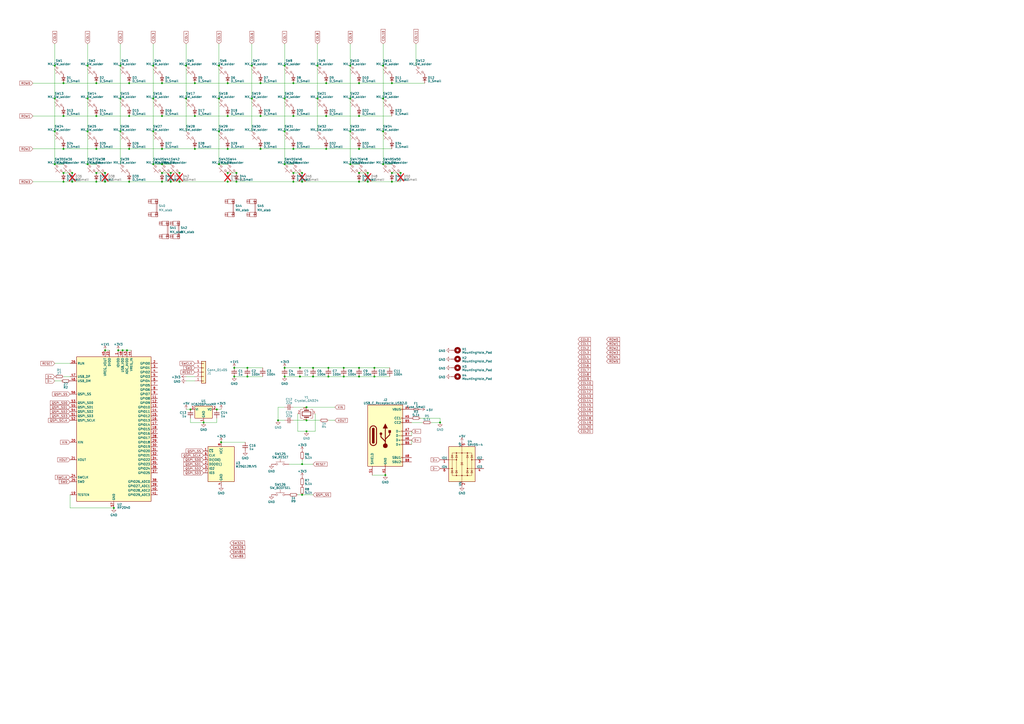
<source format=kicad_sch>
(kicad_sch (version 20231120) (generator "eeschema") (generator_version "8.0")
  (paper "A2")
  (junction (at 165.1 76.2))
  (junction (at 31.75 38.1))
  (junction (at 177.8 236.22))
  (junction (at 203.2 38.1))
  (junction (at 93.98 100.33))
  (junction (at 132.08 100.33))
  (junction (at 88.9 95.25))
  (junction (at 208.28 48.26))
  (junction (at 88.9 38.1))
  (junction (at 199.39 213.36))
  (junction (at 127 76.2))
  (junction (at 73.66 203.2))
  (junction (at 203.2 76.2))
  (junction (at 31.75 76.2))
  (junction (at 175.26 105.41))
  (junction (at 189.23 86.36))
  (junction (at 50.8 76.2))
  (junction (at 113.03 67.31))
  (junction (at 69.85 57.15))
  (junction (at 88.9 76.2))
  (junction (at 107.95 57.15))
  (junction (at 151.13 48.26))
  (junction (at 189.23 67.31))
  (junction (at 175.26 287.02))
  (junction (at 165.1 218.44))
  (junction (at 55.88 48.26))
  (junction (at 36.83 105.41))
  (junction (at 170.18 100.33))
  (junction (at 232.41 100.33))
  (junction (at 213.36 105.41))
  (junction (at 127 38.1))
  (junction (at 203.2 57.15))
  (junction (at 99.06 105.41))
  (junction (at 177.8 250.19))
  (junction (at 55.88 86.36))
  (junction (at 151.13 86.36))
  (junction (at 222.25 38.1))
  (junction (at 208.28 218.44))
  (junction (at 60.96 105.41))
  (junction (at 227.33 100.33))
  (junction (at 190.5 213.36))
  (junction (at 55.88 105.41))
  (junction (at 113.03 48.26))
  (junction (at 135.89 213.36))
  (junction (at 55.88 67.31))
  (junction (at 132.08 86.36))
  (junction (at 181.61 213.36))
  (junction (at 66.04 294.64))
  (junction (at 36.83 48.26))
  (junction (at 135.89 218.44))
  (junction (at 208.28 105.41))
  (junction (at 50.8 38.1))
  (junction (at 93.98 105.41))
  (junction (at 128.27 256.54))
  (junction (at 137.16 100.33))
  (junction (at 165.1 95.25))
  (junction (at 146.05 38.1))
  (junction (at 170.18 105.41))
  (junction (at 222.25 76.2))
  (junction (at 203.2 95.25))
  (junction (at 71.12 203.2))
  (junction (at 175.26 269.24))
  (junction (at 127 57.15))
  (junction (at 181.61 218.44))
  (junction (at 132.08 105.41))
  (junction (at 143.51 213.36))
  (junction (at 93.98 86.36))
  (junction (at 161.29 243.84))
  (junction (at 60.96 100.33))
  (junction (at 208.28 213.36))
  (junction (at 110.49 237.49))
  (junction (at 50.8 95.25))
  (junction (at 113.03 86.36))
  (junction (at 199.39 218.44))
  (junction (at 69.85 38.1))
  (junction (at 184.15 57.15))
  (junction (at 69.85 76.2))
  (junction (at 184.15 38.1))
  (junction (at 36.83 100.33))
  (junction (at 208.28 86.36))
  (junction (at 132.08 67.31))
  (junction (at 88.9 57.15))
  (junction (at 36.83 67.31))
  (junction (at 74.93 67.31))
  (junction (at 50.8 57.15))
  (junction (at 107.95 38.1))
  (junction (at 93.98 67.31))
  (junction (at 104.14 105.41))
  (junction (at 74.93 86.36))
  (junction (at 74.93 105.41))
  (junction (at 127 95.25))
  (junction (at 118.11 245.11))
  (junction (at 143.51 218.44))
  (junction (at 31.75 95.25))
  (junction (at 227.33 105.41))
  (junction (at 68.58 203.2))
  (junction (at 55.88 100.33))
  (junction (at 60.96 203.2))
  (junction (at 93.98 95.25))
  (junction (at 189.23 48.26))
  (junction (at 36.83 86.36))
  (junction (at 170.18 67.31))
  (junction (at 146.05 57.15))
  (junction (at 93.98 48.26))
  (junction (at 175.26 100.33))
  (junction (at 208.28 67.31))
  (junction (at 255.27 245.11))
  (junction (at 173.99 213.36))
  (junction (at 170.18 86.36))
  (junction (at 213.36 100.33))
  (junction (at 173.99 218.44))
  (junction (at 217.17 218.44))
  (junction (at 177.8 243.84))
  (junction (at 74.93 48.26))
  (junction (at 165.1 213.36))
  (junction (at 132.08 48.26))
  (junction (at 31.75 57.15))
  (junction (at 41.91 100.33))
  (junction (at 104.14 100.33))
  (junction (at 208.28 100.33))
  (junction (at 217.17 213.36))
  (junction (at 222.25 95.25))
  (junction (at 190.5 218.44))
  (junction (at 165.1 57.15))
  (junction (at 223.52 275.59))
  (junction (at 227.33 48.26))
  (junction (at 170.18 48.26))
  (junction (at 165.1 38.1))
  (junction (at 222.25 57.15))
  (junction (at 151.13 67.31))
  (junction (at 125.73 237.49))
  (junction (at 137.16 105.41))
  (junction (at 99.06 100.33))
  (junction (at 41.91 105.41))
  (wire (pts (xy 184.15 25.4) (xy 184.15 38.1)))
  (wire (pts (xy 181.61 269.24) (xy 175.26 269.24)))
  (wire (pts (xy 107.95 38.1) (xy 107.95 57.15)))
  (wire (pts (xy 182.88 240.03) (xy 182.88 250.19)))
  (wire (pts (xy 88.9 57.15) (xy 88.9 76.2)))
  (wire (pts (xy 199.39 213.36) (xy 208.28 213.36)))
  (wire (pts (xy 213.36 105.41) (xy 227.33 105.41)))
  (wire (pts (xy 222.25 76.2) (xy 222.25 95.25)))
  (wire (pts (xy 170.18 105.41) (xy 175.26 105.41)))
  (wire (pts (xy 165.1 57.15) (xy 165.1 76.2)))
  (wire (pts (xy 99.06 100.33) (xy 104.14 100.33)))
  (wire (pts (xy 19.05 48.26) (xy 36.83 48.26)))
  (wire (pts (xy 36.83 67.31) (xy 55.88 67.31)))
  (wire (pts (xy 165.1 95.25) (xy 170.18 95.25)))
  (wire (pts (xy 88.9 95.25) (xy 93.98 95.25)))
  (wire (pts (xy 31.75 220.98) (xy 35.56 220.98)))
  (wire (pts (xy 88.9 38.1) (xy 88.9 57.15)))
  (wire (pts (xy 31.75 25.4) (xy 31.75 38.1)))
  (wire (pts (xy 194.31 243.84) (xy 190.5 243.84)))
  (wire (pts (xy 173.99 213.36) (xy 181.61 213.36)))
  (wire (pts (xy 175.26 287.02) (xy 181.61 287.02)))
  (wire (pts (xy 143.51 213.36) (xy 152.4 213.36)))
  (wire (pts (xy 40.64 294.64) (xy 66.04 294.64)))
  (wire (pts (xy 208.28 100.33) (xy 213.36 100.33)))
  (wire (pts (xy 241.3 25.4) (xy 241.3 38.1)))
  (wire (pts (xy 177.8 243.84) (xy 185.42 243.84)))
  (wire (pts (xy 161.29 236.22) (xy 161.29 243.84)))
  (wire (pts (xy 69.85 57.15) (xy 69.85 76.2)))
  (wire (pts (xy 184.15 57.15) (xy 184.15 76.2)))
  (wire (pts (xy 41.91 105.41) (xy 55.88 105.41)))
  (wire (pts (xy 74.93 105.41) (xy 93.98 105.41)))
  (wire (pts (xy 31.75 57.15) (xy 31.75 76.2)))
  (wire (pts (xy 208.28 48.26) (xy 227.33 48.26)))
  (wire (pts (xy 177.8 250.19) (xy 182.88 250.19)))
  (wire (pts (xy 167.64 269.24) (xy 175.26 269.24)))
  (wire (pts (xy 113.03 48.26) (xy 132.08 48.26)))
  (wire (pts (xy 181.61 213.36) (xy 190.5 213.36)))
  (wire (pts (xy 165.1 218.44) (xy 173.99 218.44)))
  (wire (pts (xy 107.95 25.4) (xy 107.95 38.1)))
  (wire (pts (xy 208.28 105.41) (xy 213.36 105.41)))
  (wire (pts (xy 36.83 218.44) (xy 40.64 218.44)))
  (wire (pts (xy 55.88 100.33) (xy 60.96 100.33)))
  (wire (pts (xy 151.13 86.36) (xy 170.18 86.36)))
  (wire (pts (xy 208.28 67.31) (xy 227.33 67.31)))
  (wire (pts (xy 36.83 100.33) (xy 41.91 100.33)))
  (wire (pts (xy 142.24 256.54) (xy 128.27 256.54)))
  (wire (pts (xy 181.61 218.44) (xy 190.5 218.44)))
  (wire (pts (xy 217.17 218.44) (xy 226.06 218.44)))
  (wire (pts (xy 203.2 38.1) (xy 203.2 57.15)))
  (wire (pts (xy 165.1 25.4) (xy 165.1 38.1)))
  (wire (pts (xy 227.33 100.33) (xy 232.41 100.33)))
  (wire (pts (xy 50.8 57.15) (xy 50.8 76.2)))
  (wire (pts (xy 74.93 48.26) (xy 93.98 48.26)))
  (wire (pts (xy 222.25 57.15) (xy 222.25 76.2)))
  (wire (pts (xy 203.2 95.25) (xy 208.28 95.25)))
  (wire (pts (xy 189.23 48.26) (xy 208.28 48.26)))
  (wire (pts (xy 69.85 25.4) (xy 69.85 38.1)))
  (wire (pts (xy 161.29 236.22) (xy 165.1 236.22)))
  (wire (pts (xy 36.83 48.26) (xy 55.88 48.26)))
  (wire (pts (xy 135.89 218.44) (xy 143.51 218.44)))
  (wire (pts (xy 170.18 236.22) (xy 177.8 236.22)))
  (wire (pts (xy 161.29 243.84) (xy 165.1 243.84)))
  (wire (pts (xy 88.9 76.2) (xy 88.9 95.25)))
  (wire (pts (xy 165.1 76.2) (xy 165.1 95.25)))
  (wire (pts (xy 151.13 48.26) (xy 170.18 48.26)))
  (wire (pts (xy 146.05 57.15) (xy 146.05 76.2)))
  (wire (pts (xy 203.2 57.15) (xy 203.2 76.2)))
  (wire (pts (xy 104.14 105.41) (xy 132.08 105.41)))
  (wire (pts (xy 170.18 86.36) (xy 189.23 86.36)))
  (wire (pts (xy 132.08 86.36) (xy 151.13 86.36)))
  (wire (pts (xy 170.18 243.84) (xy 177.8 243.84)))
  (wire (pts (xy 93.98 105.41) (xy 99.06 105.41)))
  (wire (pts (xy 189.23 86.36) (xy 208.28 86.36)))
  (wire (pts (xy 255.27 242.57) (xy 255.27 245.11)))
  (wire (pts (xy 93.98 86.36) (xy 113.03 86.36)))
  (wire (pts (xy 243.84 242.57) (xy 255.27 242.57)))
  (wire (pts (xy 132.08 100.33) (xy 137.16 100.33)))
  (wire (pts (xy 127 95.25) (xy 132.08 95.25)))
  (wire (pts (xy 19.05 86.36) (xy 36.83 86.36)))
  (wire (pts (xy 250.19 245.11) (xy 255.27 245.11)))
  (wire (pts (xy 177.8 236.22) (xy 194.31 236.22)))
  (wire (pts (xy 55.88 105.41) (xy 60.96 105.41)))
  (wire (pts (xy 151.13 67.31) (xy 170.18 67.31)))
  (wire (pts (xy 127 25.4) (xy 127 38.1)))
  (wire (pts (xy 31.75 95.25) (xy 36.83 95.25)))
  (wire (pts (xy 125.73 237.49) (xy 128.27 237.49)))
  (wire (pts (xy 55.88 48.26) (xy 74.93 48.26)))
  (wire (pts (xy 238.76 250.19) (xy 238.76 252.73)))
  (wire (pts (xy 170.18 67.31) (xy 189.23 67.31)))
  (wire (pts (xy 165.1 38.1) (xy 165.1 57.15)))
  (wire (pts (xy 199.39 218.44) (xy 208.28 218.44)))
  (wire (pts (xy 107.95 57.15) (xy 107.95 76.2)))
  (wire (pts (xy 203.2 76.2) (xy 203.2 95.25)))
  (wire (pts (xy 190.5 218.44) (xy 199.39 218.44)))
  (wire (pts (xy 177.8 250.19) (xy 172.72 250.19)))
  (wire (pts (xy 173.99 218.44) (xy 181.61 218.44)))
  (wire (pts (xy 60.96 203.2) (xy 63.5 203.2)))
  (wire (pts (xy 71.12 203.2) (xy 73.66 203.2)))
  (wire (pts (xy 55.88 86.36) (xy 74.93 86.36)))
  (wire (pts (xy 127 76.2) (xy 127 95.25)))
  (wire (pts (xy 50.8 95.25) (xy 55.88 95.25)))
  (wire (pts (xy 190.5 213.36) (xy 199.39 213.36)))
  (wire (pts (xy 50.8 25.4) (xy 50.8 38.1)))
  (wire (pts (xy 222.25 95.25) (xy 227.33 95.25)))
  (wire (pts (xy 146.05 25.4) (xy 146.05 38.1)))
  (wire (pts (xy 31.75 38.1) (xy 31.75 57.15)))
  (wire (pts (xy 40.64 287.02) (xy 40.64 294.64)))
  (wire (pts (xy 36.83 86.36) (xy 55.88 86.36)))
  (wire (pts (xy 93.98 100.33) (xy 99.06 100.33)))
  (wire (pts (xy 36.83 105.41) (xy 41.91 105.41)))
  (wire (pts (xy 127 38.1) (xy 127 57.15)))
  (wire (pts (xy 127 57.15) (xy 127 76.2)))
  (wire (pts (xy 172.72 250.19) (xy 172.72 240.03)))
  (wire (pts (xy 69.85 76.2) (xy 69.85 95.25)))
  (wire (pts (xy 99.06 105.41) (xy 104.14 105.41)))
  (wire (pts (xy 125.73 245.11) (xy 125.73 242.57)))
  (wire (pts (xy 137.16 105.41) (xy 170.18 105.41)))
  (wire (pts (xy 203.2 25.4) (xy 203.2 38.1)))
  (wire (pts (xy 208.28 86.36) (xy 227.33 86.36)))
  (wire (pts (xy 184.15 38.1) (xy 184.15 57.15)))
  (wire (pts (xy 175.26 287.02) (xy 172.72 287.02)))
  (wire (pts (xy 227.33 105.41) (xy 232.41 105.41)))
  (wire (pts (xy 238.76 245.11) (xy 245.11 245.11)))
  (wire (pts (xy 208.28 218.44) (xy 217.17 218.44)))
  (wire (pts (xy 55.88 67.31) (xy 74.93 67.31)))
  (wire (pts (xy 107.95 218.44) (xy 113.03 218.44)))
  (wire (pts (xy 170.18 100.33) (xy 175.26 100.33)))
  (wire (pts (xy 88.9 25.4) (xy 88.9 38.1)))
  (wire (pts (xy 93.98 67.31) (xy 113.03 67.31)))
  (wire (pts (xy 227.33 48.26) (xy 246.38 48.26)))
  (wire (pts (xy 170.18 48.26) (xy 189.23 48.26)))
  (wire (pts (xy 31.75 76.2) (xy 31.75 95.25)))
  (wire (pts (xy 107.95 237.49) (xy 110.49 237.49)))
  (wire (pts (xy 113.03 86.36) (xy 132.08 86.36)))
  (wire (pts (xy 143.51 218.44) (xy 152.4 218.44)))
  (wire (pts (xy 73.66 203.2) (xy 76.2 203.2)))
  (wire (pts (xy 215.9 275.59) (xy 223.52 275.59)))
  (wire (pts (xy 74.93 67.31) (xy 93.98 67.31)))
  (wire (pts (xy 238.76 255.27) (xy 238.76 257.81)))
  (wire (pts (xy 110.49 245.11) (xy 118.11 245.11)))
  (wire (pts (xy 40.64 210.82) (xy 31.75 210.82)))
  (wire (pts (xy 132.08 48.26) (xy 151.13 48.26)))
  (wire (pts (xy 208.28 213.36) (xy 217.17 213.36)))
  (wire (pts (xy 222.25 25.4) (xy 222.25 38.1)))
  (wire (pts (xy 50.8 38.1) (xy 50.8 57.15)))
  (wire (pts (xy 175.26 266.7) (xy 175.26 269.24)))
  (wire (pts (xy 165.1 213.36) (xy 173.99 213.36)))
  (wire (pts (xy 132.08 105.41) (xy 137.16 105.41)))
  (wire (pts (xy 93.98 95.25) (xy 99.06 95.25)))
  (wire (pts (xy 118.11 245.11) (xy 125.73 245.11)))
  (wire (pts (xy 110.49 242.57) (xy 110.49 245.11)))
  (wire (pts (xy 69.85 38.1) (xy 69.85 57.15)))
  (wire (pts (xy 107.95 220.98) (xy 113.03 220.98)))
  (wire (pts (xy 93.98 48.26) (xy 113.03 48.26)))
  (wire (pts (xy 135.89 213.36) (xy 143.51 213.36)))
  (wire (pts (xy 189.23 67.31) (xy 208.28 67.31)))
  (wire (pts (xy 222.25 38.1) (xy 222.25 57.15)))
  (wire (pts (xy 132.08 67.31) (xy 151.13 67.31)))
  (wire (pts (xy 60.96 105.41) (xy 74.93 105.41)))
  (wire (pts (xy 146.05 38.1) (xy 146.05 57.15)))
  (wire (pts (xy 50.8 76.2) (xy 50.8 95.25)))
  (wire (pts (xy 19.05 105.41) (xy 36.83 105.41)))
  (wire (pts (xy 68.58 203.2) (xy 71.12 203.2)))
  (wire (pts (xy 74.93 86.36) (xy 93.98 86.36)))
  (wire (pts (xy 19.05 67.31) (xy 36.83 67.31)))
  (wire (pts (xy 175.26 105.41) (xy 208.28 105.41)))
  (wire (pts (xy 217.17 213.36) (xy 226.06 213.36)))
  (wire (pts (xy 113.03 67.31) (xy 132.08 67.31)))
  (global_label "SW48B" (shape input) (at 133.35 322.58 0) (property "Intersheetrefs" "${INTERSHEET_REFS}" (effects (hide yes))))
  (global_label "D+" (shape input) (at 31.75 218.44 180) (property "Intersheetrefs" "${INTERSHEET_REFS}" (effects (hide yes))))
  (global_label "ROW5" (shape input) (at 351.79 209.55 0) (property "Intersheetrefs" "${INTERSHEET_REFS}" (effects (hide yes))))
  (global_label "COL9" (shape input) (at 203.2 25.4 90) (property "Intersheetrefs" "${INTERSHEET_REFS}" (effects (hide yes))))
  (global_label "COL4" (shape input) (at 107.95 25.4 90) (property "Intersheetrefs" "${INTERSHEET_REFS}" (effects (hide yes))))
  (global_label "COL5" (shape input) (at 335.28 209.55 0) (property "Intersheetrefs" "${INTERSHEET_REFS}" (effects (hide yes))))
  (global_label "COL5" (shape input) (at 127 25.4 90) (property "Intersheetrefs" "${INTERSHEET_REFS}" (effects (hide yes))))
  (global_label "D-" (shape input) (at 238.76 250.19 0) (property "Intersheetrefs" "${INTERSHEET_REFS}" (effects (hide yes))))
  (global_label "COL10" (shape input) (at 335.28 222.25 0) (property "Intersheetrefs" "${INTERSHEET_REFS}" (effects (hide yes))))
  (global_label "COL21" (shape input) (at 335.28 250.19 0) (property "Intersheetrefs" "${INTERSHEET_REFS}" (effects (hide yes))))
  (global_label "COL7" (shape input) (at 165.1 25.4 90) (property "Intersheetrefs" "${INTERSHEET_REFS}" (effects (hide yes))))
  (global_label "D+" (shape input) (at 255.27 266.7 180) (property "Intersheetrefs" "${INTERSHEET_REFS}" (effects (hide yes))))
  (global_label "COL2" (shape input) (at 335.28 201.93 0) (property "Intersheetrefs" "${INTERSHEET_REFS}" (effects (hide yes))))
  (global_label "COL6" (shape input) (at 146.05 25.4 90) (property "Intersheetrefs" "${INTERSHEET_REFS}" (effects (hide yes))))
  (global_label "COL15" (shape input) (at 335.28 234.95 0) (property "Intersheetrefs" "${INTERSHEET_REFS}" (effects (hide yes))))
  (global_label "COL0" (shape input) (at 335.28 196.85 0) (property "Intersheetrefs" "${INTERSHEET_REFS}" (effects (hide yes))))
  (global_label "COL19" (shape input) (at 335.28 245.11 0) (property "Intersheetrefs" "${INTERSHEET_REFS}" (effects (hide yes))))
  (global_label "D+" (shape input) (at 238.76 255.27 0) (property "Intersheetrefs" "${INTERSHEET_REFS}" (effects (hide yes))))
  (global_label "QSPI_SD1" (shape input) (at 118.11 269.24 180) (property "Intersheetrefs" "${INTERSHEET_REFS}" (effects (hide yes))))
  (global_label "COL7" (shape input) (at 335.28 214.63 0) (property "Intersheetrefs" "${INTERSHEET_REFS}" (effects (hide yes))))
  (global_label "COL13" (shape input) (at 335.28 229.87 0) (property "Intersheetrefs" "${INTERSHEET_REFS}" (effects (hide yes))))
  (global_label "COL14" (shape input) (at 335.28 232.41 0) (property "Intersheetrefs" "${INTERSHEET_REFS}" (effects (hide yes))))
  (global_label "QSPI_SCLK" (shape input) (at 118.11 264.16 180) (property "Intersheetrefs" "${INTERSHEET_REFS}" (effects (hide yes))))
  (global_label "SW32B" (shape input) (at 133.35 317.5 0) (property "Intersheetrefs" "${INTERSHEET_REFS}" (effects (hide yes))))
  (global_label "QSPI_SS" (shape input) (at 118.11 261.62 180) (property "Intersheetrefs" "${INTERSHEET_REFS}" (effects (hide yes))))
  (global_label "COL17" (shape input) (at 335.28 240.03 0) (property "Intersheetrefs" "${INTERSHEET_REFS}" (effects (hide yes))))
  (global_label "COL11" (shape input) (at 241.3 25.4 90) (property "Intersheetrefs" "${INTERSHEET_REFS}" (effects (hide yes))))
  (global_label "COL4" (shape input) (at 335.28 207.01 0) (property "Intersheetrefs" "${INTERSHEET_REFS}" (effects (hide yes))))
  (global_label "XIN" (shape input) (at 40.64 256.54 180) (property "Intersheetrefs" "${INTERSHEET_REFS}" (effects (hide yes))))
  (global_label "COL12" (shape input) (at 335.28 227.33 0) (property "Intersheetrefs" "${INTERSHEET_REFS}" (effects (hide yes))))
  (global_label "QSPI_SS" (shape input) (at 181.61 287.02 0) (property "Intersheetrefs" "${INTERSHEET_REFS}" (effects (hide yes))))
  (global_label "COL1" (shape input) (at 50.8 25.4 90) (property "Intersheetrefs" "${INTERSHEET_REFS}" (effects (hide yes))))
  (global_label "SWD" (shape input) (at 113.03 213.36 180) (property "Intersheetrefs" "${INTERSHEET_REFS}" (effects (hide yes))))
  (global_label "COL9" (shape input) (at 335.28 219.71 0) (property "Intersheetrefs" "${INTERSHEET_REFS}" (effects (hide yes))))
  (global_label "D-" (shape input) (at 31.75 220.98 180) (property "Intersheetrefs" "${INTERSHEET_REFS}" (effects (hide yes))))
  (global_label "ROW1" (shape input) (at 351.79 199.39 0) (property "Intersheetrefs" "${INTERSHEET_REFS}" (effects (hide yes))))
  (global_label "SWCLK" (shape input) (at 113.03 210.82 180) (property "Intersheetrefs" "${INTERSHEET_REFS}" (effects (hide yes))))
  (global_label "XOUT" (shape input) (at 194.31 243.84 0) (property "Intersheetrefs" "${INTERSHEET_REFS}" (effects (hide yes))))
  (global_label "RESET" (shape input) (at 113.03 215.9 180) (property "Intersheetrefs" "${INTERSHEET_REFS}" (effects (hide yes))))
  (global_label "COL0" (shape input) (at 31.75 25.4 90) (property "Intersheetrefs" "${INTERSHEET_REFS}" (effects (hide yes))))
  (global_label "QSPI_SS" (shape input) (at 40.64 228.6 180) (property "Intersheetrefs" "${INTERSHEET_REFS}" (effects (hide yes))))
  (global_label "QSPI_SCLK" (shape input) (at 40.64 243.84 180) (property "Intersheetrefs" "${INTERSHEET_REFS}" (effects (hide yes))))
  (global_label "QSPI_SD2" (shape input) (at 118.11 271.78 180) (property "Intersheetrefs" "${INTERSHEET_REFS}" (effects (hide yes))))
  (global_label "COL3" (shape input) (at 335.28 204.47 0) (property "Intersheetrefs" "${INTERSHEET_REFS}" (effects (hide yes))))
  (global_label "QSPI_SD0" (shape input) (at 40.64 233.68 180) (property "Intersheetrefs" "${INTERSHEET_REFS}" (effects (hide yes))))
  (global_label "COL8" (shape input) (at 184.15 25.4 90) (property "Intersheetrefs" "${INTERSHEET_REFS}" (effects (hide yes))))
  (global_label "COL20" (shape input) (at 335.28 247.65 0) (property "Intersheetrefs" "${INTERSHEET_REFS}" (effects (hide yes))))
  (global_label "QSPI_SD3" (shape input) (at 40.64 241.3 180) (property "Intersheetrefs" "${INTERSHEET_REFS}" (effects (hide yes))))
  (global_label "COL1" (shape input) (at 335.28 199.39 0) (property "Intersheetrefs" "${INTERSHEET_REFS}" (effects (hide yes))))
  (global_label "ROW3" (shape input) (at 19.05 105.41 180) (property "Intersheetrefs" "${INTERSHEET_REFS}" (effects (hide yes))))
  (global_label "D-" (shape input) (at 255.27 271.78 180) (property "Intersheetrefs" "${INTERSHEET_REFS}" (effects (hide yes))))
  (global_label "COL16" (shape input) (at 335.28 237.49 0) (property "Intersheetrefs" "${INTERSHEET_REFS}" (effects (hide yes))))
  (global_label "SW48A" (shape input) (at 133.35 320.04 0) (property "Intersheetrefs" "${INTERSHEET_REFS}" (effects (hide yes))))
  (global_label "XIN" (shape input) (at 194.31 236.22 0) (property "Intersheetrefs" "${INTERSHEET_REFS}" (effects (hide yes))))
  (global_label "COL8" (shape input) (at 335.28 217.17 0) (property "Intersheetrefs" "${INTERSHEET_REFS}" (effects (hide yes))))
  (global_label "ROW0" (shape input) (at 19.05 48.26 180) (property "Intersheetrefs" "${INTERSHEET_REFS}" (effects (hide yes))))
  (global_label "COL3" (shape input) (at 88.9 25.4 90) (property "Intersheetrefs" "${INTERSHEET_REFS}" (effects (hide yes))))
  (global_label "ROW0" (shape input) (at 351.79 196.85 0) (property "Intersheetrefs" "${INTERSHEET_REFS}" (effects (hide yes))))
  (global_label "ROW2" (shape input) (at 351.79 201.93 0) (property "Intersheetrefs" "${INTERSHEET_REFS}" (effects (hide yes))))
  (global_label "QSPI_SD2" (shape input) (at 40.64 238.76 180) (property "Intersheetrefs" "${INTERSHEET_REFS}" (effects (hide yes))))
  (global_label "COL11" (shape input) (at 335.28 224.79 0) (property "Intersheetrefs" "${INTERSHEET_REFS}" (effects (hide yes))))
  (global_label "RESET" (shape input) (at 31.75 210.82 180) (property "Intersheetrefs" "${INTERSHEET_REFS}" (effects (hide yes))))
  (global_label "QSPI_SD0" (shape input) (at 118.11 266.7 180) (property "Intersheetrefs" "${INTERSHEET_REFS}" (effects (hide yes))))
  (global_label "SW32A" (shape input) (at 133.35 314.96 0) (property "Intersheetrefs" "${INTERSHEET_REFS}" (effects (hide yes))))
  (global_label "COL10" (shape input) (at 222.25 25.4 90) (property "Intersheetrefs" "${INTERSHEET_REFS}" (effects (hide yes))))
  (global_label "SWCLK" (shape input) (at 40.64 276.86 180) (property "Intersheetrefs" "${INTERSHEET_REFS}" (effects (hide yes))))
  (global_label "ROW1" (shape input) (at 19.05 67.31 180) (property "Intersheetrefs" "${INTERSHEET_REFS}" (effects (hide yes))))
  (global_label "SWD" (shape input) (at 40.64 279.4 180) (property "Intersheetrefs" "${INTERSHEET_REFS}" (effects (hide yes))))
  (global_label "QSPI_SD1" (shape input) (at 40.64 236.22 180) (property "Intersheetrefs" "${INTERSHEET_REFS}" (effects (hide yes))))
  (global_label "COL18" (shape input) (at 335.28 242.57 0) (property "Intersheetrefs" "${INTERSHEET_REFS}" (effects (hide yes))))
  (global_label "COL6" (shape input) (at 335.28 212.09 0) (property "Intersheetrefs" "${INTERSHEET_REFS}" (effects (hide yes))))
  (global_label "XOUT" (shape input) (at 40.64 266.7 180) (property "Intersheetrefs" "${INTERSHEET_REFS}" (effects (hide yes))))
  (global_label "ROW3" (shape input) (at 351.79 204.47 0) (property "Intersheetrefs" "${INTERSHEET_REFS}" (effects (hide yes))))
  (global_label "QSPI_SD3" (shape input) (at 118.11 274.32 180) (property "Intersheetrefs" "${INTERSHEET_REFS}" (effects (hide yes))))
  (global_label "ROW4" (shape input) (at 351.79 207.01 0) (property "Intersheetrefs" "${INTERSHEET_REFS}" (effects (hide yes))))
  (global_label "RESET" (shape input) (at 181.61 269.24 0) (property "Intersheetrefs" "${INTERSHEET_REFS}" (effects (hide yes))))
  (global_label "ROW2" (shape input) (at 19.05 86.36 180) (property "Intersheetrefs" "${INTERSHEET_REFS}" (effects (hide yes))))
  (global_label "COL2" (shape input) (at 69.85 25.4 90) (property "Intersheetrefs" "${INTERSHEET_REFS}" (effects (hide yes))))
  (symbol (lib_id "Device:D_Small") (at 189.23 64.77 90) (unit 1)
    (property "Reference" "D21" (at 191.008 64.1263 90) (effects (justify right)))
    (property "Value" "D_Small" (at 191.008 66.0473 90) (effects (justify right)))
    (property "Footprint" "shoonies_parts:D_SOD-123_CLEAN" (effects (hide yes)))
    (property "Sim.Device" "D" (effects (hide yes)))
    (property "Sim.Pins" "1=K 2=A" (effects (hide yes)))
  )
  (symbol (lib_id "Device:C_Small") (at 173.99 215.9 0) (unit 1)
    (property "Reference" "C5" (at 176.3141 215.2626 0) (effects (justify left)))
    (property "Value" "1u" (at 176.3141 217.1836 0) (effects (justify left)))
    (property "Footprint" "Capacitor_SMD:C_0402_1005Metric" (effects (hide yes)))
  )
  (symbol (lib_id "Device:R_Small") (at 175.26 264.16 180) (unit 1)
    (property "Reference" "R6" (at 176.7586 263.5163 0) (effects (justify right)))
    (property "Value" "5.1k" (at 176.7586 265.4373 0) (effects (justify right)))
    (property "Footprint" "Resistor_SMD:R_0402_1005Metric" (effects (hide yes)))
  )
  (symbol (lib_id "PCM_marbastlib-mx:MX_SW_solder") (at 167.64 97.79 180) (unit 1)
    (property "Reference" "SW45" (at 167.64 92.3671 0))
    (property "Value" "MX_SW_solder" (at 167.64 94.2881 0))
    (property "Footprint" "PCM_marbastlib-mx:SW_MX_1u" (effects (hide yes)))
  )
  (symbol (lib_id "power:+5V") (at 107.95 237.49 0) (unit 1)
    (property "Reference" "#PWR013" (effects (hide yes)))
    (property "Value" "+5V" (at 107.95 233.9881 0))
  )
  (symbol (lib_id "power:GND") (at 135.89 218.44 0) (unit 1)
    (property "Reference" "#PWR09" (effects (hide yes)))
    (property "Value" "GND" (at 135.89 222.5755 0))
  )
  (symbol (lib_id "Device:D_Small") (at 189.23 83.82 90) (unit 1)
    (property "Reference" "D32" (at 191.008 83.1763 90) (effects (justify right)))
    (property "Value" "D_Small" (at 191.008 85.0973 90) (effects (justify right)))
    (property "Footprint" "shoonies_parts:D_SOD-123_CLEAN" (effects (hide yes)))
    (property "Sim.Device" "D" (effects (hide yes)))
    (property "Sim.Pins" "1=K 2=A" (effects (hide yes)))
  )
  (symbol (lib_id "PCM_marbastlib-mx:MX_SW_solder") (at 91.44 40.64 180) (unit 1)
    (property "Reference" "SW4" (at 91.44 35.2171 0))
    (property "Value" "MX_SW_solder" (at 91.44 37.1381 0))
    (property "Footprint" "PCM_marbastlib-mx:SW_MX_1u" (effects (hide yes)))
  )
  (symbol (lib_id "PCM_marbastlib-mx:MX_SW_solder") (at 34.29 78.74 180) (unit 1)
    (property "Reference" "SW24" (at 34.29 73.3171 0))
    (property "Value" "MX_SW_solder" (at 34.29 75.2381 0))
    (property "Footprint" "PCM_marbastlib-mx:SW_MX_1u" (effects (hide yes)))
  )
  (symbol (lib_id "PCM_marbastlib-mx:MX_SW_solder") (at 134.62 97.79 180) (unit 1)
    (property "Reference" "SW44" (at 134.62 92.3671 0))
    (property "Value" "MX_SW_solder" (at 134.62 94.2881 0))
    (property "Footprint" "PCM_marbastlib-mx:SW_MX_1u" (effects (hide yes)))
  )
  (symbol (lib_id "Device:D_Small") (at 74.93 102.87 90) (unit 1)
    (property "Reference" "D39" (at 76.708 102.2263 90) (effects (justify right)))
    (property "Value" "D_Small" (at 76.708 104.1473 90) (effects (justify right)))
    (property "Footprint" "shoonies_parts:D_SOD-123_CLEAN" (effects (hide yes)))
    (property "Sim.Device" "D" (effects (hide yes)))
    (property "Sim.Pins" "1=K 2=A" (effects (hide yes)))
  )
  (symbol (lib_id "Device:D_Small") (at 246.38 45.72 90) (unit 1)
    (property "Reference" "D12" (at 248.158 45.0763 90) (effects (justify right)))
    (property "Value" "D_Small" (at 248.158 46.9973 90) (effects (justify right)))
    (property "Footprint" "shoonies_parts:D_SOD-123_CLEAN" (effects (hide yes)))
    (property "Sim.Device" "D" (effects (hide yes)))
    (property "Sim.Pins" "1=K 2=A" (effects (hide yes)))
  )
  (symbol (lib_id "PCM_marbastlib-mx:MX_SW_solder") (at 110.49 59.69 180) (unit 1)
    (property "Reference" "SW17" (at 110.49 54.2671 0))
    (property "Value" "MX_SW_solder" (at 110.49 56.1881 0))
    (property "Footprint" "PCM_marbastlib-mx:SW_MX_1u" (effects (hide yes)))
  )
  (symbol (lib_id "Regulator_Linear:XC6206PxxxMR") (at 118.11 237.49 0) (unit 1)
    (property "Reference" "U1" (at 118.11 232.5751 0))
    (property "Value" "XC6206PxxxMR" (at 118.11 234.4961 0))
    (property "Footprint" "Package_TO_SOT_SMD:SOT-23-3" (effects (hide yes)))
    (property "Datasheet" "https://www.torexsemi.com/file/xc6206/XC6206.pdf" (effects (hide yes)))
  )
  (symbol (lib_id "Device:D_Small") (at 74.93 83.82 90) (unit 1)
    (property "Reference" "D26" (at 76.708 83.1763 90) (effects (justify right)))
    (property "Value" "D_Small" (at 76.708 85.0973 90) (effects (justify right)))
    (property "Footprint" "shoonies_parts:D_SOD-123_CLEAN" (effects (hide yes)))
    (property "Sim.Device" "D" (effects (hide yes)))
    (property "Sim.Pins" "1=K 2=A" (effects (hide yes)))
  )
  (symbol (lib_id "Device:D_Small") (at 93.98 102.87 90) (unit 1)
    (property "Reference" "D40" (at 95.758 102.2263 90) (effects (justify right)))
    (property "Value" "D_Small" (at 95.758 104.1473 90) (effects (justify right)))
    (property "Footprint" "shoonies_parts:D_SOD-123_CLEAN" (effects (hide yes)))
    (property "Sim.Device" "D" (effects (hide yes)))
    (property "Sim.Pins" "1=K 2=A" (effects (hide yes)))
  )
  (symbol (lib_id "Device:C_Small") (at 167.64 236.22 90) (unit 1)
    (property "Reference" "C12" (at 167.6463 231.648 90))
    (property "Value" "22p" (at 167.6463 233.569 90))
    (property "Footprint" "Capacitor_SMD:C_0402_1005Metric" (effects (hide yes)))
  )
  (symbol (lib_id "PCM_marbastlib-mx:MX_SW_solder") (at 186.69 78.74 180) (unit 1)
    (property "Reference" "SW32" (at 186.69 73.3171 0))
    (property "Value" "MX_SW_solder" (at 186.69 75.2381 0))
    (property "Footprint" "PCM_marbastlib-mx:SW_MX_1u" (effects (hide yes)))
  )
  (symbol (lib_id "Device:C_Small") (at 226.06 215.9 0) (unit 1)
    (property "Reference" "C11" (at 228.3841 215.2626 0) (effects (justify left)))
    (property "Value" "100n" (at 228.3841 217.1836 0) (effects (justify left)))
    (property "Footprint" "Capacitor_SMD:C_0402_1005Metric" (effects (hide yes)))
  )
  (symbol (lib_id "power:+3V3") (at 175.26 261.62 0) (unit 1)
    (property "Reference" "#PWR023" (effects (hide yes)))
    (property "Value" "+3V3" (at 175.26 258.1181 0))
  )
  (symbol (lib_id "Device:D_Small") (at 55.88 64.77 90) (unit 1)
    (property "Reference" "D14" (at 57.658 64.1263 90) (effects (justify right)))
    (property "Value" "D_Small" (at 57.658 66.0473 90) (effects (justify right)))
    (property "Footprint" "shoonies_parts:D_SOD-123_CLEAN" (effects (hide yes)))
    (property "Sim.Device" "D" (effects (hide yes)))
    (property "Sim.Pins" "1=K 2=A" (effects (hide yes)))
  )
  (symbol (lib_id "power:+3V3") (at 68.58 203.2 0) (unit 1)
    (property "Reference" "#PWR02" (effects (hide yes)))
    (property "Value" "+3V3" (at 68.58 199.6981 0))
  )
  (symbol (lib_id "Device:D_Small") (at 93.98 83.82 90) (unit 1)
    (property "Reference" "D27" (at 95.758 83.1763 90) (effects (justify right)))
    (property "Value" "D_Small" (at 95.758 85.0973 90) (effects (justify right)))
    (property "Footprint" "shoonies_parts:D_SOD-123_CLEAN" (effects (hide yes)))
    (property "Sim.Device" "D" (effects (hide yes)))
    (property "Sim.Pins" "1=K 2=A" (effects (hide yes)))
  )
  (symbol (lib_id "PCM_marbastlib-mx:MX_stab") (at 95.25 133.35 90) (unit 1)
    (property "Reference" "S41" (at 98.425 132.1378 90) (effects (justify right)))
    (property "Value" "MX_stab" (at 98.425 134.5621 90) (effects (justify right)))
    (property "Footprint" "PCM_marbastlib-mx:STAB_MX_P_7u" (effects (hide yes)))
  )
  (symbol (lib_id "power:+3V3") (at 165.1 213.36 0) (unit 1)
    (property "Reference" "#PWR06" (effects (hide yes)))
    (property "Value" "+3V3" (at 165.1 209.8581 0))
  )
  (symbol (lib_id "power:GND") (at 128.27 281.94 0) (unit 1)
    (property "Reference" "#PWR027" (effects (hide yes)))
    (property "Value" "GND" (at 128.27 286.0755 0))
  )
  (symbol (lib_id "power:GND") (at 261.62 213.36 270) (unit 1)
    (property "Reference" "#PWR07" (effects (hide yes)))
    (property "Value" "GND" (at 258.4451 213.6768 90) (effects (justify right)))
  )
  (symbol (lib_id "Device:D_Small") (at 36.83 83.82 90) (unit 1)
    (property "Reference" "D24" (at 38.608 83.1763 90) (effects (justify right)))
    (property "Value" "D_Small" (at 38.608 85.0973 90) (effects (justify right)))
    (property "Footprint" "shoonies_parts:D_SOD-123_CLEAN" (effects (hide yes)))
    (property "Sim.Device" "D" (effects (hide yes)))
    (property "Sim.Pins" "1=K 2=A" (effects (hide yes)))
  )
  (symbol (lib_id "Device:R_Small") (at 34.29 218.44 90) (unit 1)
    (property "Reference" "R1" (at 34.29 214.6935 90))
    (property "Value" "27" (at 34.29 216.6145 90))
    (property "Footprint" "Resistor_SMD:R_0402_1005Metric" (effects (hide yes)))
  )
  (symbol (lib_id "Mechanical:MountingHole_Pad") (at 264.16 208.28 270) (unit 1)
    (property "Reference" "H2" (at 267.97 207.6363 90) (effects (justify left)))
    (property "Value" "MountingHole_Pad" (at 267.97 209.5573 90) (effects (justify left)))
    (property "Footprint" "MountingHole:MountingHole_2.2mm_M2_Pad" (effects (hide yes)))
  )
  (symbol (lib_id "Device:C_Small") (at 135.89 215.9 0) (unit 1)
    (property "Reference" "C1" (at 138.2141 215.2626 0) (effects (justify left)))
    (property "Value" "1u" (at 138.2141 217.1836 0) (effects (justify left)))
    (property "Footprint" "Capacitor_SMD:C_0402_1005Metric" (effects (hide yes)))
  )
  (symbol (lib_id "Device:D_Small") (at 74.93 64.77 90) (unit 1)
    (property "Reference" "D15" (at 76.708 64.1263 90) (effects (justify right)))
    (property "Value" "D_Small" (at 76.708 66.0473 90) (effects (justify right)))
    (property "Footprint" "shoonies_parts:D_SOD-123_CLEAN" (effects (hide yes)))
    (property "Sim.Device" "D" (effects (hide yes)))
    (property "Sim.Pins" "1=K 2=A" (effects (hide yes)))
  )
  (symbol (lib_id "PCM_marbastlib-mx:MX_SW_solder") (at 205.74 97.79 180) (unit 1)
    (property "Reference" "SW47" (at 205.74 92.3671 0))
    (property "Value" "MX_SW_solder" (at 205.74 94.2881 0))
    (property "Footprint" "PCM_marbastlib-mx:SW_MX_1u" (effects (hide yes)))
  )
  (symbol (lib_id "PCM_marbastlib-mx:MX_SW_solder") (at 224.79 97.79 180) (unit 1)
    (property "Reference" "SW49" (at 224.79 92.3671 0))
    (property "Value" "MX_SW_solder" (at 224.79 94.2881 0))
    (property "Footprint" "PCM_marbastlib-mx:SW_MX_1u" (effects (hide yes)))
  )
  (symbol (lib_id "PCM_marbastlib-mx:MX_SW_solder") (at 129.54 97.79 180) (unit 1)
    (property "Reference" "SW43" (at 129.54 92.3671 0))
    (property "Value" "MX_SW_solder" (at 129.54 94.2881 0))
    (property "Footprint" "PCM_marbastlib-mx:SW_MX_1u" (effects (hide yes)))
  )
  (symbol (lib_id "Device:D_Small") (at 208.28 83.82 90) (unit 1)
    (property "Reference" "D33" (at 210.058 83.1763 90) (effects (justify right)))
    (property "Value" "D_Small" (at 210.058 85.0973 90) (effects (justify right)))
    (property "Footprint" "shoonies_parts:D_SOD-123_CLEAN" (effects (hide yes)))
    (property "Sim.Device" "D" (effects (hide yes)))
    (property "Sim.Pins" "1=K 2=A" (effects (hide yes)))
  )
  (symbol (lib_id "Device:C_Small") (at 165.1 215.9 0) (unit 1)
    (property "Reference" "C4" (at 167.4241 215.2626 0) (effects (justify left)))
    (property "Value" "10u" (at 167.4241 217.1836 0) (effects (justify left)))
    (property "Footprint" "Capacitor_SMD:C_0603_1608Metric" (effects (hide yes)))
  )
  (symbol (lib_id "Device:D_Small") (at 208.28 45.72 90) (unit 1)
    (property "Reference" "D10" (at 210.058 45.0763 90) (effects (justify right)))
    (property "Value" "D_Small" (at 210.058 46.9973 90) (effects (justify right)))
    (property "Footprint" "shoonies_parts:D_SOD-123_CLEAN" (effects (hide yes)))
    (property "Sim.Device" "D" (effects (hide yes)))
    (property "Sim.Pins" "1=K 2=A" (effects (hide yes)))
  )
  (symbol (lib_id "power:+1V1") (at 60.96 203.2 0) (unit 1)
    (property "Reference" "#PWR01" (effects (hide yes)))
    (property "Value" "+1V1" (at 60.96 199.6981 0))
  )
  (symbol (lib_id "PCM_marbastlib-mx:MX_SW_solder") (at 72.39 40.64 180) (unit 1)
    (property "Reference" "SW3" (at 72.39 35.2171 0))
    (property "Value" "MX_SW_solder" (at 72.39 37.1381 0))
    (property "Footprint" "PCM_marbastlib-mx:SW_MX_1u" (effects (hide yes)))
  )
  (symbol (lib_id "Device:Fuse_Small") (at 241.3 237.49 0) (unit 1)
    (property "Reference" "F1" (at 241.3 234.0991 0))
    (property "Value" "Fuse_Small" (at 241.3 236.0201 0))
    (property "Footprint" "Fuse:Fuse_1206_3216Metric" (effects (hide yes)))
  )
  (symbol (lib_id "Device:D_Small") (at 113.03 64.77 90) (unit 1)
    (property "Reference" "D17" (at 114.808 64.1263 90) (effects (justify right)))
    (property "Value" "D_Small" (at 114.808 66.0473 90) (effects (justify right)))
    (property "Footprint" "shoonies_parts:D_SOD-123_CLEAN" (effects (hide yes)))
    (property "Sim.Device" "D" (effects (hide yes)))
    (property "Sim.Pins" "1=K 2=A" (effects (hide yes)))
  )
  (symbol (lib_id "power:GND") (at 107.95 220.98 270) (unit 1)
    (property "Reference" "#PWR012" (effects (hide yes)))
    (property "Value" "GND" (at 104.7751 221.2968 90) (effects (justify right)))
  )
  (symbol (lib_id "power:+3V3") (at 175.26 276.86 0) (unit 1)
    (property "Reference" "#PWR026" (effects (hide yes)))
    (property "Value" "+3V3" (at 175.26 273.3581 0))
  )
  (symbol (lib_id "Device:R_Small") (at 175.26 284.48 180) (unit 1)
    (property "Reference" "R8" (at 176.7586 283.8363 0) (effects (justify right)))
    (property "Value" "5.1k" (at 176.7586 285.7573 0) (effects (justify right)))
    (property "Footprint" "Resistor_SMD:R_0402_1005Metric" (effects (hide yes)))
  )
  (symbol (lib_id "Device:D_Small") (at 170.18 64.77 90) (unit 1)
    (property "Reference" "D20" (at 171.958 64.1263 90) (effects (justify right)))
    (property "Value" "D_Small" (at 171.958 66.0473 90) (effects (justify right)))
    (property "Footprint" "shoonies_parts:D_SOD-123_CLEAN" (effects (hide yes)))
    (property "Sim.Device" "D" (effects (hide yes)))
    (property "Sim.Pins" "1=K 2=A" (effects (hide yes)))
  )
  (symbol (lib_id "power:GND") (at 142.24 261.62 0) (unit 1)
    (property "Reference" "#PWR022" (effects (hide yes)))
    (property "Value" "GND" (at 142.24 265.7555 0))
  )
  (symbol (lib_id "PCM_marbastlib-mx:MX_SW_solder") (at 167.64 78.74 180) (unit 1)
    (property "Reference" "SW31" (at 167.64 73.3171 0))
    (property "Value" "MX_SW_solder" (at 167.64 75.2381 0))
    (property "Footprint" "PCM_marbastlib-mx:SW_MX_1u" (effects (hide yes)))
  )
  (symbol (lib_id "Device:D_Small") (at 208.28 64.77 90) (unit 1)
    (property "Reference" "D22" (at 210.058 64.1263 90) (effects (justify right)))
    (property "Value" "D_Small" (at 210.058 66.0473 90) (effects (justify right)))
    (property "Footprint" "shoonies_parts:D_SOD-123_CLEAN" (effects (hide yes)))
    (property "Sim.Device" "D" (effects (hide yes)))
    (property "Sim.Pins" "1=K 2=A" (effects (hide yes)))
  )
  (symbol (lib_id "Device:D_Small") (at 41.91 102.87 90) (unit 1) (in_bom no) (on_board no) (dnp yes)
    (property "Reference" "D36" (at 43.688 102.2263 90) (effects (justify right)))
    (property "Value" "D_Small" (at 43.688 104.1473 90) (effects (justify right)))
    (property "Footprint" "shoonies_parts:D_SOD-123_CLEAN" (effects (hide yes)))
    (property "Sim.Device" "D" (effects (hide yes)))
    (property "Sim.Pins" "1=K 2=A" (effects (hide yes)))
  )
  (symbol (lib_id "Device:D_Small") (at 151.13 83.82 90) (unit 1)
    (property "Reference" "D30" (at 152.908 83.1763 90) (effects (justify right)))
    (property "Value" "D_Small" (at 152.908 85.0973 90) (effects (justify right)))
    (property "Footprint" "shoonies_parts:D_SOD-123_CLEAN" (effects (hide yes)))
    (property "Sim.Device" "D" (effects (hide yes)))
    (property "Sim.Pins" "1=K 2=A" (effects (hide yes)))
  )
  (symbol (lib_id "PCM_marbastlib-mx:MX_SW_solder") (at 205.74 40.64 180) (unit 1)
    (property "Reference" "SW10" (at 205.74 35.2171 0))
    (property "Value" "MX_SW_solder" (at 205.74 37.1381 0))
    (property "Footprint" "PCM_marbastlib-mx:SW_MX_1u" (effects (hide yes)))
  )
  (symbol (lib_id "Device:D_Small") (at 227.33 83.82 90) (unit 1)
    (property "Reference" "D34" (at 229.108 83.1763 90) (effects (justify right)))
    (property "Value" "D_Small" (at 229.108 85.0973 90) (effects (justify right)))
    (property "Footprint" "shoonies_parts:D_SOD-123_CLEAN" (effects (hide yes)))
    (property "Sim.Device" "D" (effects (hide yes)))
    (property "Sim.Pins" "1=K 2=A" (effects (hide yes)))
  )
  (symbol (lib_id "Device:D_Small") (at 60.96 102.87 90) (unit 1) (in_bom no) (on_board no) (dnp yes)
    (property "Reference" "D38" (at 62.738 102.2263 90) (effects (justify right)))
    (property "Value" "D_Small" (at 62.738 104.1473 90) (effects (justify right)))
    (property "Footprint" "shoonies_parts:D_SOD-123_CLEAN" (effects (hide yes)))
    (property "Sim.Device" "D" (effects (hide yes)))
    (property "Sim.Pins" "1=K 2=A" (effects (hide yes)))
  )
  (symbol (lib_id "PCM_marbastlib-mx:MX_SW_solder") (at 167.64 59.69 180) (unit 1)
    (property "Reference" "SW20" (at 167.64 54.2671 0))
    (property "Value" "MX_SW_solder" (at 167.64 56.1881 0))
    (property "Footprint" "PCM_marbastlib-mx:SW_MX_1u" (effects (hide yes)))
  )
  (symbol (lib_id "Device:D_Small") (at 170.18 83.82 90) (unit 1)
    (property "Reference" "D31" (at 171.958 83.1763 90) (effects (justify right)))
    (property "Value" "D_Small" (at 171.958 85.0973 90) (effects (justify right)))
    (property "Footprint" "shoonies_parts:D_SOD-123_CLEAN" (effects (hide yes)))
    (property "Sim.Device" "D" (effects (hide yes)))
    (property "Sim.Pins" "1=K 2=A" (effects (hide yes)))
  )
  (symbol (lib_id "PCM_marbastlib-mx:MX_SW_solder") (at 129.54 78.74 180) (unit 1)
    (property "Reference" "SW29" (at 129.54 73.3171 0))
    (property "Value" "MX_SW_solder" (at 129.54 75.2381 0))
    (property "Footprint" "PCM_marbastlib-mx:SW_MX_1u" (effects (hide yes)))
  )
  (symbol (lib_id "PCM_marbastlib-mx:MX_SW_solder") (at 148.59 59.69 180) (unit 1)
    (property "Reference" "SW19" (at 148.59 54.2671 0))
    (property "Value" "MX_SW_solder" (at 148.59 56.1881 0))
    (property "Footprint" "PCM_marbastlib-mx:SW_MX_1u" (effects (hide yes)))
  )
  (symbol (lib_id "Device:D_Small") (at 227.33 64.77 90) (unit 1)
    (property "Reference" "D23" (at 229.108 64.1263 90) (effects (justify right)))
    (property "Value" "D_Small" (at 229.108 66.0473 90) (effects (justify right)))
    (property "Footprint" "shoonies_parts:D_SOD-123_CLEAN" (effects (hide yes)))
    (property "Sim.Device" "D" (effects (hide yes)))
    (property "Sim.Pins" "1=K 2=A" (effects (hide yes)))
  )
  (symbol (lib_id "Device:R_Small") (at 170.18 287.02 90) (mirror x) (unit 1)
    (property "Reference" "R9" (at 170.18 290.7665 90))
    (property "Value" "1k" (at 170.18 288.8455 90))
    (property "Footprint" "Resistor_SMD:R_0402_1005Metric" (effects (hide yes)))
  )
  (symbol (lib_id "Device:D_Small") (at 170.18 45.72 90) (unit 1)
    (property "Reference" "D8" (at 171.958 45.0763 90) (effects (justify right)))
    (property "Value" "D_Small" (at 171.958 46.9973 90) (effects (justify right)))
    (property "Footprint" "shoonies_parts:D_SOD-123_CLEAN" (effects (hide yes)))
    (property "Sim.Device" "D" (effects (hide yes)))
    (property "Sim.Pins" "1=K 2=A" (effects (hide yes)))
  )
  (symbol (lib_id "power:GND") (at 118.11 245.11 0) (unit 1)
    (property "Reference" "#PWR017" (effects (hide yes)))
    (property "Value" "GND" (at 118.11 249.2455 0))
  )
  (symbol (lib_id "PCM_marbastlib-mx:MX_SW_solder") (at 210.82 97.79 180) (unit 1)
    (property "Reference" "SW48" (at 210.82 92.3671 0))
    (property "Value" "MX_SW_solder" (at 210.82 94.2881 0))
    (property "Footprint" "PCM_marbastlib-mx:SW_MX_1u" (effects (hide yes)))
  )
  (symbol (lib_id "PCM_marbastlib-mx:MX_SW_solder") (at 172.72 97.79 180) (unit 1)
    (property "Reference" "SW46" (at 172.72 92.3671 0))
    (property "Value" "MX_SW_solder" (at 172.72 94.2881 0))
    (property "Footprint" "PCM_marbastlib-mx:SW_MX_1u" (effects (hide yes)))
  )
  (symbol (lib_id "Device:D_Small") (at 113.03 83.82 90) (unit 1)
    (property "Reference" "D28" (at 114.808 83.1763 90) (effects (justify right)))
    (property "Value" "D_Small" (at 114.808 85.0973 90) (effects (justify right)))
    (property "Footprint" "shoonies_parts:D_SOD-123_CLEAN" (effects (hide yes)))
    (property "Sim.Device" "D" (effects (hide yes)))
    (property "Sim.Pins" "1=K 2=A" (effects (hide yes)))
  )
  (symbol (lib_id "power:GND") (at 261.62 203.2 270) (unit 1)
    (property "Reference" "#PWR03" (effects (hide yes)))
    (property "Value" "GND" (at 258.4451 203.5168 90) (effects (justify right)))
  )
  (symbol (lib_id "power:+5V") (at 267.97 256.54 0) (unit 1)
    (property "Reference" "#PWR021" (effects (hide yes)))
    (property "Value" "+5V" (at 267.97 253.0381 0))
  )
  (symbol (lib_id "Device:D_Small") (at 132.08 102.87 90) (unit 1) (in_bom no) (on_board no) (dnp yes)
    (property "Reference" "D43" (at 133.858 102.2263 90) (effects (justify right)))
    (property "Value" "D_Small" (at 133.858 104.1473 90) (effects (justify right)))
    (property "Footprint" "shoonies_parts:D_SOD-123_CLEAN" (effects (hide yes)))
    (property "Sim.Device" "D" (effects (hide yes)))
    (property "Sim.Pins" "1=K 2=A" (effects (hide yes)))
  )
  (symbol (lib_id "PCM_marbastlib-mx:MX_SW_solder") (at 205.74 78.74 180) (unit 1)
    (property "Reference" "SW33" (at 205.74 73.3171 0))
    (property "Value" "MX_SW_solder" (at 205.74 75.2381 0))
    (property "Footprint" "PCM_marbastlib-mx:SW_MX_1u" (effects (hide yes)))
  )
  (symbol (lib_id "Device:D_Small") (at 227.33 45.72 90) (unit 1)
    (property "Reference" "D11" (at 229.108 45.0763 90) (effects (justify right)))
    (property "Value" "D_Small" (at 229.108 46.9973 90) (effects (justify right)))
    (property "Footprint" "shoonies_parts:D_SOD-123_CLEAN" (effects (hide yes)))
    (property "Sim.Device" "D" (effects (hide yes)))
    (property "Sim.Pins" "1=K 2=A" (effects (hide yes)))
  )
  (symbol (lib_id "PCM_marbastlib-mx:MX_SW_solder") (at 91.44 59.69 180) (unit 1)
    (property "Reference" "SW16" (at 91.44 54.2671 0))
    (property "Value" "MX_SW_solder" (at 91.44 56.1881 0))
    (property "Footprint" "PCM_marbastlib-mx:SW_MX_1u" (effects (hide yes)))
  )
  (symbol (lib_id "Device:D_Small") (at 213.36 102.87 90) (unit 1) (in_bom no) (on_board no) (dnp yes)
    (property "Reference" "D48" (at 215.138 102.2263 90) (effects (justify right)))
    (property "Value" "D_Small" (at 215.138 104.1473 90) (effects (justify right)))
    (property "Footprint" "shoonies_parts:D_SOD-123_CLEAN" (effects (hide yes)))
    (property "Sim.Device" "D" (effects (hide yes)))
    (property "Sim.Pins" "1=K 2=A" (effects (hide yes)))
  )
  (symbol (lib_id "Device:C_Small") (at 110.49 240.03 0) (mirror y) (unit 1)
    (property "Reference" "C13" (at 108.1659 239.3926 0) (effects (justify left)))
    (property "Value" "1u" (at 108.1659 241.3136 0) (effects (justify left)))
    (property "Footprint" "Capacitor_SMD:C_0402_1005Metric" (effects (hide yes)))
  )
  (symbol (lib_id "PCM_marbastlib-mx:MX_SW_solder") (at 129.54 40.64 180) (unit 1)
    (property "Reference" "SW6" (at 129.54 35.2171 0))
    (property "Value" "MX_SW_solder" (at 129.54 37.1381 0))
    (property "Footprint" "PCM_marbastlib-mx:SW_MX_1u" (effects (hide yes)))
  )
  (symbol (lib_id "PCM_marbastlib-mx:MX_SW_solder") (at 224.79 59.69 180) (unit 1)
    (property "Reference" "SW23" (at 224.79 54.2671 0))
    (property "Value" "MX_SW_solder" (at 224.79 56.1881 0))
    (property "Footprint" "PCM_marbastlib-mx:SW_MX_1u" (effects (hide yes)))
  )
  (symbol (lib_id "Device:C_Small") (at 125.73 240.03 0) (unit 1)
    (property "Reference" "C14" (at 128.0541 239.3926 0) (effects (justify left)))
    (property "Value" "1u" (at 128.0541 241.3136 0) (effects (justify left)))
    (property "Footprint" "Capacitor_SMD:C_0402_1005Metric" (effects (hide yes)))
  )
  (symbol (lib_id "Device:R_Small") (at 187.96 243.84 90) (mirror x) (unit 1)
    (property "Reference" "R4" (at 187.96 247.5865 90))
    (property "Value" "1k" (at 187.96 245.6655 90))
    (property "Footprint" "Resistor_SMD:R_0402_1005Metric" (effects (hide yes)))
  )
  (symbol (lib_id "MCU_RaspberryPi:RP2040") (at 66.04 248.92 0) (unit 1)
    (property "Reference" "U2" (at 67.9959 292.5525 0) (effects (justify left)))
    (property "Value" "RP2040" (at 67.9959 294.4735 0) (effects (justify left)))
    (property "Footprint" "Package_DFN_QFN:QFN-56-1EP_7x7mm_P0.4mm_EP3.2x3.2mm" (effects (hide yes)))
    (property "Datasheet" "https://datasheets.raspberrypi.com/rp2040/rp2040-datasheet.pdf" (effects (hide yes)))
  )
  (symbol (lib_id "PCM_marbastlib-mx:MX_SW_solder") (at 186.69 40.64 180) (unit 1)
    (property "Reference" "SW9" (at 186.69 35.2171 0))
    (property "Value" "MX_SW_solder" (at 186.69 37.1381 0))
    (property "Footprint" "PCM_marbastlib-mx:SW_MX_1u" (effects (hide yes)))
  )
  (symbol (lib_id "PCM_marbastlib-mx:MX_stab") (at 88.9 120.65 90) (unit 1)
    (property "Reference" "S40" (at 92.075 119.4378 90) (effects (justify right)))
    (property "Value" "MX_stab" (at 92.075 121.8621 90) (effects (justify right)))
    (property "Footprint" "PCM_marbastlib-mx:STAB_MX_P_2u" (effects (hide yes)))
  )
  (symbol (lib_id "PCM_marbastlib-mx:MX_SW_solder") (at 110.49 40.64 180) (unit 1)
    (property "Reference" "SW5" (at 110.49 35.2171 0))
    (property "Value" "MX_SW_solder" (at 110.49 37.1381 0))
    (property "Footprint" "PCM_marbastlib-mx:SW_MX_1u" (effects (hide yes)))
  )
  (symbol (lib_id "Device:C_Small") (at 199.39 215.9 0) (unit 1)
    (property "Reference" "C8" (at 201.7141 215.2626 0) (effects (justify left)))
    (property "Value" "100n" (at 201.7141 217.1836 0) (effects (justify left)))
    (property "Footprint" "Capacitor_SMD:C_0402_1005Metric" (effects (hide yes)))
  )
  (symbol (lib_id "Device:D_Small") (at 175.26 102.87 90) (unit 1) (in_bom no) (on_board no) (dnp yes)
    (property "Reference" "D46" (at 177.038 102.2263 90) (effects (justify right)))
    (property "Value" "D_Small" (at 177.038 104.1473 90) (effects (justify right)))
    (property "Footprint" "shoonies_parts:D_SOD-123_CLEAN" (effects (hide yes)))
    (property "Sim.Device" "D" (effects (hide yes)))
    (property "Sim.Pins" "1=K 2=A" (effects (hide yes)))
  )
  (symbol (lib_id "PCM_marbastlib-mx:MX_SW_solder") (at 58.42 97.79 180) (unit 1)
    (property "Reference" "SW38" (at 58.42 92.3671 0))
    (property "Value" "MX_SW_solder" (at 58.42 94.2881 0))
    (property "Footprint" "PCM_marbastlib-mx:SW_MX_1u" (effects (hide yes)))
  )
  (symbol (lib_id "power:GND") (at 161.29 243.84 0) (unit 1)
    (property "Reference" "#PWR016" (effects (hide yes)))
    (property "Value" "GND" (at 161.29 247.9755 0))
  )
  (symbol (lib_id "power:+3V3") (at 128.27 256.54 0) (unit 1)
    (property "Reference" "#PWR020" (effects (hide yes)))
    (property "Value" "+3V3" (at 128.27 253.0381 0))
  )
  (symbol (lib_id "PCM_marbastlib-mx:MX_SW_solder") (at 72.39 59.69 180) (unit 1)
    (property "Reference" "SW15" (at 72.39 54.2671 0))
    (property "Value" "MX_SW_solder" (at 72.39 56.1881 0))
    (property "Footprint" "PCM_marbastlib-mx:SW_MX_1u" (effects (hide yes)))
  )
  (symbol (lib_id "Mechanical:MountingHole_Pad") (at 264.16 203.2 270) (unit 1)
    (property "Reference" "H1" (at 267.97 202.5563 90) (effects (justify left)))
    (property "Value" "MountingHole_Pad" (at 267.97 204.4773 90) (effects (justify left)))
    (property "Footprint" "MountingHole:MountingHole_2.2mm_M2_Pad" (effects (hide yes)))
  )
  (symbol (lib_id "PCM_marbastlib-mx:MX_SW_solder") (at 34.29 59.69 180) (unit 1)
    (property "Reference" "SW13" (at 34.29 54.2671 0))
    (property "Value" "MX_SW_solder" (at 34.29 56.1881 0))
    (property "Footprint" "PCM_marbastlib-mx:SW_MX_1u" (effects (hide yes)))
  )
  (symbol (lib_id "PCM_marbastlib-mx:MX_SW_solder") (at 205.74 59.69 180) (unit 1)
    (property "Reference" "SW22" (at 205.74 54.2671 0))
    (property "Value" "MX_SW_solder" (at 205.74 56.1881 0))
    (property "Footprint" "PCM_marbastlib-mx:SW_MX_1u" (effects (hide yes)))
  )
  (symbol (lib_id "PCM_marbastlib-mx:MX_SW_solder") (at 91.44 78.74 180) (unit 1)
    (property "Reference" "SW27" (at 91.44 73.3171 0))
    (property "Value" "MX_SW_solder" (at 91.44 75.2381 0))
    (property "Footprint" "PCM_marbastlib-mx:SW_MX_1u" (effects (hide yes)))
  )
  (symbol (lib_id "Device:C_Small") (at 167.64 243.84 90) (unit 1)
    (property "Reference" "C15" (at 167.6463 239.268 90))
    (property "Value" "22p" (at 167.6463 241.189 90))
    (property "Footprint" "Capacitor_SMD:C_0402_1005Metric" (effects (hide yes)))
  )
  (symbol (lib_id "PCM_marbastlib-mx:MX_SW_solder") (at 53.34 97.79 180) (unit 1)
    (property "Reference" "SW37" (at 53.34 92.3671 0))
    (property "Value" "MX_SW_solder" (at 53.34 94.2881 0))
    (property "Footprint" "PCM_marbastlib-mx:SW_MX_1u" (effects (hide yes)))
  )
  (symbol (lib_id "Device:D_Small") (at 93.98 64.77 90) (unit 1)
    (property "Reference" "D16" (at 95.758 64.1263 90) (effects (justify right)))
    (property "Value" "D_Small" (at 95.758 66.0473 90) (effects (justify right)))
    (property "Footprint" "shoonies_parts:D_SOD-123_CLEAN" (effects (hide yes)))
    (property "Sim.Device" "D" (effects (hide yes)))
    (property "Sim.Pins" "1=K 2=A" (effects (hide yes)))
  )
  (symbol (lib_id "PCM_marbastlib-mx:MX_SW_solder") (at 96.52 97.79 180) (unit 1)
    (property "Reference" "SW41" (at 96.52 92.3671 0))
    (property "Value" "MX_SW_solder" (at 96.52 94.2881 0))
    (property "Footprint" "PCM_marbastlib-mx:SW_MX_1u" (effects (hide yes)))
  )
  (symbol (lib_id "Mechanical:MountingHole_Pad") (at 264.16 213.36 270) (unit 1)
    (property "Reference" "H3" (at 267.97 212.7163 90) (effects (justify left)))
    (property "Value" "MountingHole_Pad" (at 267.97 214.6373 90) (effects (justify left)))
    (property "Footprint" "MountingHole:MountingHole_2.2mm_M2_Pad" (effects (hide yes)))
  )
  (symbol (lib_id "Device:D_Small") (at 55.88 45.72 90) (unit 1)
    (property "Reference" "D2" (at 57.658 45.0763 90) (effects (justify right)))
    (property "Value" "D_Small" (at 57.658 46.9973 90) (effects (justify right)))
    (property "Footprint" "shoonies_parts:D_SOD-123_CLEAN" (effects (hide yes)))
    (property "Sim.Device" "D" (effects (hide yes)))
    (property "Sim.Pins" "1=K 2=A" (effects (hide yes)))
  )
  (symbol (lib_id "PCM_marbastlib-mx:MX_SW_solder") (at 186.69 59.69 180) (unit 1)
    (property "Reference" "SW21" (at 186.69 54.2671 0))
    (property "Value" "MX_SW_solder" (at 186.69 56.1881 0))
    (property "Footprint" "PCM_marbastlib-mx:SW_MX_1u" (effects (hide yes)))
  )
  (symbol (lib_id "PCM_marbastlib-mx:MX_SW_solder") (at 91.44 97.79 180) (unit 1)
    (property "Reference" "SW40" (at 91.44 92.3671 0))
    (property "Value" "MX_SW_solder" (at 91.44 94.2881 0))
    (property "Footprint" "PCM_marbastlib-mx:SW_MX_1u" (effects (hide yes)))
  )
  (symbol (lib_id "Device:D_Small") (at 227.33 102.87 90) (unit 1)
    (property "Reference" "D49" (at 229.108 102.2263 90) (effects (justify right)))
    (property "Value" "D_Small" (at 229.108 104.1473 90) (effects (justify right)))
    (property "Footprint" "shoonies_parts:D_SOD-123_CLEAN" (effects (hide yes)))
    (property "Sim.Device" "D" (effects (hide yes)))
    (property "Sim.Pins" "1=K 2=A" (effects (hide yes)))
  )
  (symbol (lib_id "Device:D_Small") (at 36.83 64.77 90) (unit 1)
    (property "Reference" "D13" (at 38.608 64.1263 90) (effects (justify right)))
    (property "Value" "D_Small" (at 38.608 66.0473 90) (effects (justify right)))
    (property "Footprint" "shoonies_parts:D_SOD-123_CLEAN" (effects (hide yes)))
    (property "Sim.Device" "D" (effects (hide yes)))
    (property "Sim.Pins" "1=K 2=A" (effects (hide yes)))
  )
  (symbol (lib_id "Device:R_Small") (at 38.1 220.98 90) (mirror x) (unit 1)
    (property "Reference" "R2" (at 38.1 224.7265 90))
    (property "Value" "27" (at 38.1 222.8055 90))
    (property "Footprint" "Resistor_SMD:R_0402_1005Metric" (effects (hide yes)))
  )
  (symbol (lib_id "PCM_marbastlib-mx:MX_SW_solder") (at 101.6 97.79 180) (unit 1)
    (property "Reference" "SW42" (at 101.6 92.3671 0))
    (property "Value" "MX_SW_solder" (at 101.6 94.2881 0))
    (property "Footprint" "PCM_marbastlib-mx:SW_MX_1u" (effects (hide yes)))
  )
  (symbol (lib_id "Device:Crystal_GND24") (at 177.8 240.03 90) (unit 1)
    (property "Reference" "Y1" (at 177.8 230.489 90))
    (property "Value" "Crystal_GND24" (at 177.8 232.41 90))
    (property "Footprint" "Crystal:Crystal_SMD_3225-4Pin_3.2x2.5mm" (effects (hide yes)))
  )
  (symbol (lib_id "PCM_marbastlib-mx:MX_SW_solder") (at 72.39 78.74 180) (unit 1)
    (property "Reference" "SW26" (at 72.39 73.3171 0))
    (property "Value" "MX_SW_solder" (at 72.39 75.2381 0))
    (property "Footprint" "PCM_marbastlib-mx:SW_MX_1u" (effects (hide yes)))
  )
  (symbol (lib_id "power:GND") (at 255.27 245.11 0) (unit 1)
    (property "Reference" "#PWR018" (effects (hide yes)))
    (property "Value" "GND" (at 255.27 249.2455 0))
  )
  (symbol (lib_id "Device:D_Small") (at 232.41 102.87 90) (unit 1) (in_bom no) (on_board no) (dnp yes)
    (property "Reference" "D50" (at 234.188 102.2263 90) (effects (justify right)))
    (property "Value" "D_Small" (at 234.188 104.1473 90) (effects (justify right)))
    (property "Footprint" "shoonies_parts:D_SOD-123_CLEAN" (effects (hide yes)))
    (property "Sim.Device" "D" (effects (hide yes)))
    (property "Sim.Pins" "1=K 2=A" (effects (hide yes)))
  )
  (symbol (lib_id "PCM_marbastlib-mx:MX_SW_solder") (at 243.84 40.64 180) (unit 1)
    (property "Reference" "SW12" (at 243.84 35.2171 0))
    (property "Value" "MX_SW_solder" (at 243.84 37.1381 0))
    (property "Footprint" "PCM_marbastlib-mx:SW_MX_1u" (effects (hide yes)))
  )
  (symbol (lib_id "Device:D_Small") (at 36.83 102.87 90) (unit 1)
    (property "Reference" "D35" (at 38.608 102.2263 90) (effects (justify right)))
    (property "Value" "D_Small" (at 38.608 104.1473 90) (effects (justify right)))
    (property "Footprint" "shoonies_parts:D_SOD-123_CLEAN" (effects (hide yes)))
    (property "Sim.Device" "D" (effects (hide yes)))
    (property "Sim.Pins" "1=K 2=A" (effects (hide yes)))
  )
  (symbol (lib_id "power:GND") (at 177.8 250.19 0) (unit 1)
    (property "Reference" "#PWR019" (effects (hide yes)))
    (property "Value" "GND" (at 177.8 254.3255 0))
  )
  (symbol (lib_id "Device:C_Small") (at 152.4 215.9 0) (unit 1)
    (property "Reference" "C3" (at 154.7241 215.2626 0) (effects (justify left)))
    (property "Value" "100n" (at 154.7241 217.1836 0) (effects (justify left)))
    (property "Footprint" "Capacitor_SMD:C_0402_1005Metric" (effects (hide yes)))
  )
  (symbol (lib_id "power:GND") (at 223.52 275.59 0) (unit 1)
    (property "Reference" "#PWR025" (effects (hide yes)))
    (property "Value" "GND" (at 223.52 279.7255 0))
  )
  (symbol (lib_id "Connector:USB_C_Receptacle_USB2.0") (at 223.52 252.73 0) (unit 1)
    (property "Reference" "J2" (at 223.52 231.9401 0))
    (property "Value" "USB_C_Receptacle_USB2.0" (at 223.52 233.8611 0))
    (property "Footprint" "Connector_USB:USB_C_Receptacle_HRO_TYPE-C-31-M-12" (effects (hide yes)))
    (property "Datasheet" "https://www.usb.org/sites/default/files/documents/usb_type-c.zip" (effects (hide yes)))
  )
  (symbol (lib_id "Device:D_Small") (at 55.88 83.82 90) (unit 1)
    (property "Reference" "D25" (at 57.658 83.1763 90) (effects (justify right)))
    (property "Value" "D_Small" (at 57.658 85.0973 90) (effects (justify right)))
    (property "Footprint" "shoonies_parts:D_SOD-123_CLEAN" (effects (hide yes)))
    (property "Sim.Device" "D" (effects (hide yes)))
    (property "Sim.Pins" "1=K 2=A" (effects (hide yes)))
  )
  (symbol (lib_id "Mechanical:MountingHole_Pad") (at 264.16 218.44 270) (unit 1)
    (property "Reference" "H4" (at 267.97 217.7963 90) (effects (justify left)))
    (property "Value" "MountingHole_Pad" (at 267.97 219.7173 90) (effects (justify left)))
    (property "Footprint" "MountingHole:MountingHole_2.2mm_M2_Pad" (effects (hide yes)))
  )
  (symbol (lib_id "power:GND") (at 267.97 281.94 0) (unit 1)
    (property "Reference" "#PWR028" (effects (hide yes)))
    (property "Value" "GND" (at 267.97 286.0755 0))
  )
  (symbol (lib_id "PCM_marbastlib-mx:MX_SW_solder") (at 224.79 40.64 180) (unit 1)
    (property "Reference" "SW11" (at 224.79 35.2171 0))
    (property "Value" "MX_SW_solder" (at 224.79 37.1381 0))
    (property "Footprint" "PCM_marbastlib-mx:SW_MX_1u" (effects (hide yes)))
  )
  (symbol (lib_id "Device:D_Small") (at 132.08 64.77 90) (unit 1)
    (property "Reference" "D18" (at 133.858 64.1263 90) (effects (justify right)))
    (property "Value" "D_Small" (at 133.858 66.0473 90) (effects (justify right)))
    (property "Footprint" "shoonies_parts:D_SOD-123_CLEAN" (effects (hide yes)))
    (property "Sim.Device" "D" (effects (hide yes)))
    (property "Sim.Pins" "1=K 2=A" (effects (hide yes)))
  )
  (symbol (lib_id "Device:D_Small") (at 151.13 45.72 90) (unit 1)
    (property "Reference" "D7" (at 152.908 45.0763 90) (effects (justify right)))
    (property "Value" "D_Small" (at 152.908 46.9973 90) (effects (justify right)))
    (property "Footprint" "shoonies_parts:D_SOD-123_CLEAN" (effects (hide yes)))
    (property "Sim.Device" "D" (effects (hide yes)))
    (property "Sim.Pins" "1=K 2=A" (effects (hide yes)))
  )
  (symbol (lib_id "PCM_marbastlib-mx:MX_SW_solder") (at 72.39 97.79 180) (unit 1)
    (property "Reference" "SW39" (at 72.39 92.3671 0))
    (property "Value" "MX_SW_solder" (at 72.39 94.2881 0))
    (property "Footprint" "PCM_marbastlib-mx:SW_MX_1u" (effects (hide yes)))
  )
  (symbol (lib_id "PCM_marbastlib-mx:MX_SW_solder") (at 224.79 78.74 180) (unit 1)
    (property "Reference" "SW34" (at 224.79 73.3171 0))
    (property "Value" "MX_SW_solder" (at 224.79 75.2381 0))
    (property "Footprint" "PCM_marbastlib-mx:SW_MX_1u" (effects (hide yes)))
  )
  (symbol (lib_id "PCM_marbastlib-mx:MX_SW_solder") (at 53.34 40.64 180) (unit 1)
    (property "Reference" "SW2" (at 53.34 35.2171 0))
    (property "Value" "MX_SW_solder" (at 53.34 37.1381 0))
    (property "Footprint" "PCM_marbastlib-mx:SW_MX_1u" (effects (hide yes)))
  )
  (symbol (lib_id "Device:D_Small") (at 36.83 45.72 90) (unit 1)
    (property "Reference" "D1" (at 38.608 45.0763 90) (effects (justify right)))
    (property "Value" "D_Small" (at 38.608 46.9973 90) (effects (justify right)))
    (property "Footprint" "shoonies_parts:D_SOD-123_CLEAN" (effects (hide yes)))
    (property "Sim.Device" "D" (effects (hide yes)))
    (property "Sim.Pins" "1=K 2=A" (effects (hide yes)))
  )
  (symbol (lib_id "PCM_marbastlib-mx:MX_SW_solder") (at 39.37 97.79 180) (unit 1)
    (property "Reference" "SW36" (at 39.37 92.3671 0))
    (property "Value" "MX_SW_solder" (at 39.37 94.2881 0))
    (property "Footprint" "PCM_marbastlib-mx:SW_MX_1u" (effects (hide yes)))
  )
  (symbol (lib_id "Device:C_Small") (at 217.17 215.9 0) (unit 1)
    (property "Reference" "C10" (at 219.4941 215.2626 0) (effects (justify left)))
    (property "Value" "100n" (at 219.4941 217.1836 0) (effects (justify left)))
    (property "Footprint" "Capacitor_SMD:C_0402_1005Metric" (effects (hide yes)))
  )
  (symbol (lib_id "PCM_marbastlib-mx:MX_stab") (at 101.6 133.35 90) (unit 1)
    (property "Reference" "S42" (at 104.775 132.1378 90) (effects (justify right)))
    (property "Value" "MX_stab" (at 104.775 134.5621 90) (effects (justify right)))
    (property "Footprint" "PCM_marbastlib-mx:STAB_MX_P_6.25u" (effects (hide yes)))
  )
  (symbol (lib_id "Device:R_Small") (at 175.26 279.4 180) (unit 1)
    (property "Reference" "R7" (at 176.7586 278.7563 0) (effects (justify right)))
    (property "Value" "5.1k" (at 176.7586 280.6773 0) (effects (justify right)))
    (property "Footprint" "Resistor_SMD:R_0402_1005Metric" (effects (hide yes)))
  )
  (symbol (lib_id "Memory_Flash:W25Q128JVS") (at 128.27 269.24 0) (unit 1)
    (property "Reference" "U3" (at 136.652 268.5963 0) (effects (justify left)))
    (property "Value" "W25Q128JVS" (at 136.652 270.5173 0) (effects (justify left)))
    (property "Footprint" "Package_SO:SOIC-8_5.23x5.23mm_P1.27mm" (effects (hide yes)))
    (property "Datasheet" "http://www.winbond.com/resource-files/w25q128jv_dtr%20revc%2003272018%20plus.pdf" (effects (hide yes)))
  )
  (symbol (lib_id "power:GND") (at 66.04 294.64 0) (unit 1)
    (property "Reference" "#PWR030" (effects (hide yes)))
    (property "Value" "GND" (at 66.04 298.7755 0))
  )
  (symbol (lib_id "PCM_marbastlib-mx:MX_SW_solder") (at 34.29 40.64 180) (unit 1)
    (property "Reference" "SW1" (at 34.29 35.2171 0))
    (property "Value" "MX_SW_solder" (at 34.29 37.1381 0))
    (property "Footprint" "PCM_marbastlib-mx:SW_MX_1u" (effects (hide yes)))
  )
  (symbol (lib_id "power:GND") (at 157.48 269.24 0) (unit 1)
    (property "Reference" "#PWR024" (effects (hide yes)))
    (property "Value" "GND" (at 157.48 273.3755 0))
  )
  (symbol (lib_id "Device:C_Small") (at 143.51 215.9 0) (unit 1)
    (property "Reference" "C2" (at 145.8341 215.2626 0) (effects (justify left)))
    (property "Value" "100n" (at 145.8341 217.1836 0) (effects (justify left)))
    (property "Footprint" "Capacitor_SMD:C_0402_1005Metric" (effects (hide yes)))
  )
  (symbol (lib_id "Device:D_Small") (at 170.18 102.87 90) (unit 1)
    (property "Reference" "D45" (at 171.958 102.2263 90) (effects (justify right)))
    (property "Value" "D_Small" (at 171.958 104.1473 90) (effects (justify right)))
    (property "Footprint" "shoonies_parts:D_SOD-123_CLEAN" (effects (hide yes)))
    (property "Sim.Device" "D" (effects (hide yes)))
    (property "Sim.Pins" "1=K 2=A" (effects (hide yes)))
  )
  (symbol (lib_id "power:+5V") (at 243.84 237.49 270) (unit 1)
    (property "Reference" "#PWR015" (effects (hide yes)))
    (property "Value" "+5V" (at 247.015 237.8068 90) (effects (justify left)))
  )
  (symbol (lib_id "power:+1V1") (at 135.89 213.36 0) (unit 1)
    (property "Reference" "#PWR05" (effects (hide yes)))
    (property "Value" "+1V1" (at 135.89 209.8581 0))
  )
  (symbol (lib_id "Device:C_Small") (at 208.28 215.9 0) (unit 1)
    (property "Reference" "C9" (at 210.6041 215.2626 0) (effects (justify left)))
    (property "Value" "100n" (at 210.6041 217.1836 0) (effects (justify left)))
    (property "Footprint" "Capacitor_SMD:C_0402_1005Metric" (effects (hide yes)))
  )
  (symbol (lib_id "Device:R_Small") (at 247.65 245.11 270) (unit 1)
    (property "Reference" "R5" (at 247.65 241.3635 90))
    (property "Value" "5.1k" (at 247.65 243.2845 90))
    (property "Footprint" "Resistor_SMD:R_0402_1005Metric" (effects (hide yes)))
  )
  (symbol (lib_id "Device:D_Small") (at 113.03 45.72 90) (unit 1)
    (property "Reference" "D5" (at 114.808 45.0763 90) (effects (justify right)))
    (property "Value" "D_Small" (at 114.808 46.9973 90) (effects (justify right)))
    (property "Footprint" "shoonies_parts:D_SOD-123_CLEAN" (effects (hide yes)))
    (property "Sim.Device" "D" (effects (hide yes)))
    (property "Sim.Pins" "1=K 2=A" (effects (hide yes)))
  )
  (symbol (lib_id "Device:D_Small") (at 99.06 102.87 90) (unit 1) (in_bom no) (on_board no) (dnp yes)
    (property "Reference" "D41" (at 100.838 102.2263 90) (effects (justify right)))
    (property "Value" "D_Small" (at 100.838 104.1473 90) (effects (justify right)))
    (property "Footprint" "shoonies_parts:D_SOD-123_CLEAN" (effects (hide yes)))
    (property "Sim.Device" "D" (effects (hide yes)))
    (property "Sim.Pins" "1=K 2=A" (effects (hide yes)))
  )
  (symbol (lib_id "PCM_marbastlib-mx:MX_SW_solder") (at 34.29 97.79 180) (unit 1)
    (property "Reference" "SW35" (at 34.29 92.3671 0))
    (property "Value" "MX_SW_solder" (at 34.29 94.2881 0))
    (property "Footprint" "PCM_marbastlib-mx:SW_MX_1u" (effects (hide yes)))
  )
  (symbol (lib_id "PCM_marbastlib-mx:MX_SW_solder") (at 53.34 59.69 180) (unit 1)
    (property "Reference" "SW14" (at 53.34 54.2671 0))
    (property "Value" "MX_SW_solder" (at 53.34 56.1881 0))
    (property "Footprint" "PCM_marbastlib-mx:SW_MX_1u" (effects (hide yes)))
  )
  (symbol (lib_id "PCM_marbastlib-mx:MX_SW_solder") (at 129.54 59.69 180) (unit 1)
    (property "Reference" "SW18" (at 129.54 54.2671 0))
    (property "Value" "MX_SW_solder" (at 129.54 56.1881 0))
    (property "Footprint" "PCM_marbastlib-mx:SW_MX_1u" (effects (hide yes)))
  )
  (symbol (lib_id "PCM_marbastlib-mx:MX_SW_solder") (at 148.59 40.64 180) (unit 1)
    (property "Reference" "SW7" (at 148.59 35.2171 0))
    (property "Value" "MX_SW_solder" (at 148.59 37.1381 0))
    (property "Footprint" "PCM_marbastlib-mx:SW_MX_1u" (effects (hide yes)))
  )
  (symbol (lib_id "Device:D_Small") (at 132.08 45.72 90) (unit 1)
    (property "Reference" "D6" (at 133.858 45.0763 90) (effects (justify right)))
    (property "Value" "D_Small" (at 133.858 46.9973 90) (effects (justify right)))
    (property "Footprint" "shoonies_parts:D_SOD-123_CLEAN" (effects (hide yes)))
    (property "Sim.Device" "D" (effects (hide yes)))
    (property "Sim.Pins" "1=K 2=A" (effects (hide yes)))
  )
  (symbol (lib_id "PCM_marbastlib-mx:MX_SW_solder") (at 229.87 97.79 180) (unit 1)
    (property "Reference" "SW50" (at 229.87 92.3671 0))
    (property "Value" "MX_SW_solder" (at 229.87 94.2881 0))
    (property "Footprint" "PCM_marbastlib-mx:SW_MX_1u" (effects (hide yes)))
  )
  (symbol (lib_id "Device:D_Small") (at 55.88 102.87 90) (unit 1)
    (property "Reference" "D37" (at 57.658 102.2263 90) (effects (justify right)))
    (property "Value" "D_Small" (at 57.658 104.1473 90) (effects (justify right)))
    (property "Footprint" "shoonies_parts:D_SOD-123_CLEAN" (effects (hide yes)))
    (property "Sim.Device" "D" (effects (hide yes)))
    (property "Sim.Pins" "1=K 2=A" (effects (hide yes)))
  )
  (symbol (lib_id "power:GND") (at 157.48 287.02 0) (unit 1)
    (property "Reference" "#PWR029" (effects (hide yes)))
    (property "Value" "GND" (at 157.48 291.1555 0))
  )
  (symbol (lib_id "power:GND") (at 165.1 218.44 0) (unit 1)
    (property "Reference" "#PWR010" (effects (hide yes)))
    (property "Value" "GND" (at 165.1 222.5755 0))
  )
  (symbol (lib_id "PCM_marbastlib-various:SRV05-4") (at 267.97 269.24 0) (unit 1)
    (property "Reference" "U4" (at 271.1197 256.0701 0) (effects (justify left)))
    (property "Value" "SRV05-4" (at 271.1197 257.9911 0) (effects (justify left)))
    (property "Footprint" "PCM_marbastlib-various:SOT-23-6-routable" (effects (hide yes)))
    (property "Datasheet" "http://www.onsemi.com/pub/Collateral/SRV05-4-D.PDF" (effects (hide yes)))
  )
  (symbol (lib_id "power:GND") (at 261.62 218.44 270) (unit 1)
    (property "Reference" "#PWR011" (effects (hide yes)))
    (property "Value" "GND" (at 258.4451 218.7568 90) (effects (justify right)))
  )
  (symbol (lib_id "PCM_marbastlib-mx:MX_SW_solder") (at 110.49 78.74 180) (unit 1)
    (property "Reference" "SW28" (at 110.49 73.3171 0))
    (property "Value" "MX_SW_solder" (at 110.49 75.2381 0))
    (property "Footprint" "PCM_marbastlib-mx:SW_MX_1u" (effects (hide yes)))
  )
  (symbol (lib_id "PCM_marbastlib-mx:MX_SW_solder") (at 148.59 78.74 180) (unit 1)
    (property "Reference" "SW30" (at 148.59 73.3171 0))
    (property "Value" "MX_SW_solder" (at 148.59 75.2381 0))
    (property "Footprint" "PCM_marbastlib-mx:SW_MX_1u" (effects (hide yes)))
  )
  (symbol (lib_id "power:+3V3") (at 107.95 218.44 90) (unit 1)
    (property "Reference" "#PWR08" (effects (hide yes)))
    (property "Value" "+3V3" (at 104.775 218.7568 90) (effects (justify left)))
  )
  (symbol (lib_id "Switch:SW_Push") (at 162.56 287.02 0) (unit 1)
    (property "Reference" "SW126" (at 162.56 281.0891 0))
    (property "Value" "SW_BOOTSEL" (at 162.56 283.0101 0))
    (property "Footprint" "Connector_PinHeader_1.27mm:PinHeader_1x02_P1.27mm_Vertical" (effects (hide yes)))
  )
  (symbol (lib_id "power:GND") (at 261.62 208.28 270) (unit 1)
    (property "Reference" "#PWR04" (effects (hide yes)))
    (property "Value" "GND" (at 258.4451 208.5968 90) (effects (justify right)))
  )
  (symbol (lib_id "PCM_marbastlib-mx:MX_SW_solder") (at 167.64 40.64 180) (unit 1)
    (property "Reference" "SW8" (at 167.64 35.2171 0))
    (property "Value" "MX_SW_solder" (at 167.64 37.1381 0))
    (property "Footprint" "PCM_marbastlib-mx:SW_MX_1u" (effects (hide yes)))
  )
  (symbol (lib_id "Device:D_Small") (at 208.28 102.87 90) (unit 1)
    (property "Reference" "D47" (at 210.058 102.2263 90) (effects (justify right)))
    (property "Value" "D_Small" (at 210.058 104.1473 90) (effects (justify right)))
    (property "Footprint" "shoonies_parts:D_SOD-123_CLEAN" (effects (hide yes)))
    (property "Sim.Device" "D" (effects (hide yes)))
    (property "Sim.Pins" "1=K 2=A" (effects (hide yes)))
  )
  (symbol (lib_id "Connector_Generic:Conn_01x05") (at 118.11 215.9 0) (mirror x) (unit 1)
    (property "Reference" "J1" (at 120.142 216.5437 0) (effects (justify left)))
    (property "Value" "Conn_01x05" (at 120.142 214.6227 0) (effects (justify left)))
    (property "Footprint" "Connector_PinHeader_1.27mm:PinHeader_1x05_P1.27mm_Vertical" (effects (hide yes)))
  )
  (symbol (lib_id "PCM_marbastlib-mx:MX_stab") (at 146.05 120.65 90) (unit 1)
    (property "Reference" "S45" (at 149.225 119.4378 90) (effects (justify right)))
    (property "Value" "MX_stab" (at 149.225 121.8621 90) (effects (justify right)))
    (property "Footprint" "PCM_marbastlib-mx:STAB_MX_P_2u" (effects (hide yes)))
  )
  (symbol (lib_id "power:+3V3") (at 128.27 237.49 0) (unit 1)
    (property "Reference" "#PWR014" (effects (hide yes)))
    (property "Value" "+3V3" (at 128.27 233.9881 0))
  )
  (symbol (lib_id "PCM_marbastlib-mx:MX_stab") (at 133.35 120.65 90) (unit 1)
    (property "Reference" "S44" (at 136.525 119.4378 90) (effects (justify right)))
    (property "Value" "MX_stab" (at 136.525 121.8621 90) (effects (justify right)))
    (property "Footprint" "PCM_marbastlib-mx:STAB_MX_P_2u" (effects (hide yes)))
  )
  (symbol (lib_id "Device:C_Small") (at 181.61 215.9 0) (unit 1)
    (property "Reference" "C6" (at 183.9341 215.2626 0) (effects (justify left)))
    (property "Value" "100n" (at 183.9341 217.1836 0) (effects (justify left)))
    (property "Footprint" "Capacitor_SMD:C_0402_1005Metric" (effects (hide yes)))
  )
  (symbol (lib_id "Device:D_Small") (at 137.16 102.87 90) (unit 1)
    (property "Reference" "D44" (at 138.938 102.2263 90) (effects (justify right)))
    (property "Value" "D_Small" (at 138.938 104.1473 90) (effects (justify right)))
    (property "Footprint" "shoonies_parts:D_SOD-123_CLEAN" (effects (hide yes)))
    (property "Sim.Device" "D" (effects (hide yes)))
    (property "Sim.Pins" "1=K 2=A" (effects (hide yes)))
  )
  (symbol (lib_id "Device:C_Small") (at 142.24 259.08 0) (unit 1)
    (property "Reference" "C16" (at 144.5641 258.4426 0) (effects (justify left)))
    (property "Value" "1u" (at 144.5641 260.3636 0) (effects (justify left)))
    (property "Footprint" "Capacitor_SMD:C_0402_1005Metric" (effects (hide yes)))
  )
  (symbol (lib_id "Device:D_Small") (at 104.14 102.87 90) (unit 1) (in_bom no) (on_board no) (dnp yes)
    (property "Reference" "D42" (at 105.918 102.2263 90) (effects (justify right)))
    (property "Value" "D_Small" (at 105.918 104.1473 90) (effects (justify right)))
    (property "Footprint" "shoonies_parts:D_SOD-123_CLEAN" (effects (hide yes)))
    (property "Sim.Device" "D" (effects (hide yes)))
    (property "Sim.Pins" "1=K 2=A" (effects (hide yes)))
  )
  (symbol (lib_id "PCM_marbastlib-mx:MX_SW_solder") (at 53.34 78.74 180) (unit 1)
    (property "Reference" "SW25" (at 53.34 73.3171 0))
    (property "Value" "MX_SW_solder" (at 53.34 75.2381 0))
    (property "Footprint" "PCM_marbastlib-mx:SW_MX_1u" (effects (hide yes)))
  )
  (symbol (lib_id "Device:D_Small") (at 74.93 45.72 90) (unit 1)
    (property "Reference" "D3" (at 76.708 45.0763 90) (effects (justify right)))
    (property "Value" "D_Small" (at 76.708 46.9973 90) (effects (justify right)))
    (property "Footprint" "shoonies_parts:D_SOD-123_CLEAN" (effects (hide yes)))
    (property "Sim.Device" "D" (effects (hide yes)))
    (property "Sim.Pins" "1=K 2=A" (effects (hide yes)))
  )
  (symbol (lib_id "Device:D_Small") (at 132.08 83.82 90) (unit 1)
    (property "Reference" "D29" (at 133.858 83.1763 90) (effects (justify right)))
    (property "Value" "D_Small" (at 133.858 85.0973 90) (effects (justify right)))
    (property "Footprint" "shoonies_parts:D_SOD-123_CLEAN" (effects (hide yes)))
    (property "Sim.Device" "D" (effects (hide yes)))
    (property "Sim.Pins" "1=K 2=A" (effects (hide yes)))
  )
  (symbol (lib_id "Device:D_Small") (at 93.98 45.72 90) (unit 1)
    (property "Reference" "D4" (at 95.758 45.0763 90) (effects (justify right)))
    (property "Value" "D_Small" (at 95.758 46.9973 90) (effects (justify right)))
    (property "Footprint" "shoonies_parts:D_SOD-123_CLEAN" (effects (hide yes)))
    (property "Sim.Device" "D" (effects (hide yes)))
    (property "Sim.Pins" "1=K 2=A" (effects (hide yes)))
  )
  (symbol (lib_id "Device:C_Small") (at 190.5 215.9 0) (unit 1)
    (property "Reference" "C7" (at 192.8241 215.2626 0) (effects (justify left)))
    (property "Value" "100n" (at 192.8241 217.1836 0) (effects (justify left)))
    (property "Footprint" "Capacitor_SMD:C_0402_1005Metric" (effects (hide yes)))
  )
  (symbol (lib_id "Switch:SW_Push") (at 162.56 269.24 0) (unit 1)
    (property "Reference" "SW125" (at 162.56 263.3091 0))
    (property "Value" "SW_RESET" (at 162.56 265.2301 0))
    (property "Footprint" "Connector_PinHeader_1.27mm:PinHeader_1x02_P1.27mm_Vertical" (effects (hide yes)))
  )
  (symbol (lib_id "Device:D_Small") (at 151.13 64.77 90) (unit 1)
    (property "Reference" "D19" (at 152.908 64.1263 90) (effects (justify right)))
    (property "Value" "D_Small" (at 152.908 66.0473 90) (effects (justify right)))
    (property "Footprint" "shoonies_parts:D_SOD-123_CLEAN" (effects (hide yes)))
    (property "Sim.Device" "D" (effects (hide yes)))
    (property "Sim.Pins" "1=K 2=A" (effects (hide yes)))
  )
  (symbol (lib_id "Device:D_Small") (at 189.23 45.72 90) (unit 1)
    (property "Reference" "D9" (at 191.008 45.0763 90) (effects (justify right)))
    (property "Value" "D_Small" (at 191.008 46.9973 90) (effects (justify right)))
    (property "Footprint" "shoonies_parts:D_SOD-123_CLEAN" (effects (hide yes)))
    (property "Sim.Device" "D" (effects (hide yes)))
    (property "Sim.Pins" "1=K 2=A" (effects (hide yes)))
  )
  (symbol (lib_id "Device:R_Small") (at 241.3 242.57 270) (unit 1)
    (property "Reference" "R3" (at 241.3 238.8235 90))
    (property "Value" "5.1k" (at 241.3 240.7445 90))
    (property "Footprint" "Resistor_SMD:R_0402_1005Metric" (effects (hide yes)))
  )
)
</source>
